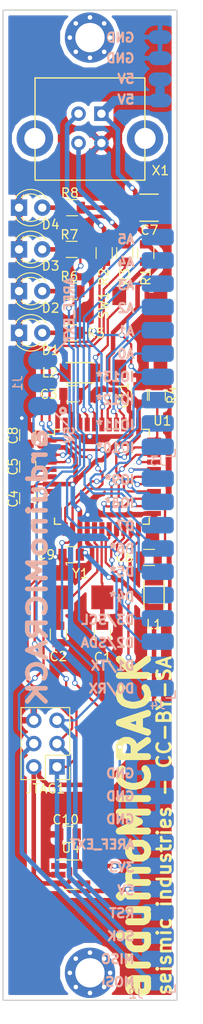
<source format=kicad_pcb>
(kicad_pcb (version 20171130) (host pcbnew "(5.0.1-3-g963ef8bb5)")
  (layers (0 F.Cu signal) (31 B.Cu signal) (34 B.Paste user) (35 F.Paste user) (36 B.SilkS user) (37 F.SilkS user) (38 B.Mask user) (39 F.Mask user) (44 Edge.Cuts user))
  (net 0 "")
  (net 1 MISO)
  (net 2 SCK)
  (net 3 MOSI)
  (net 4 RST)
  (net 5 "Net-(D1-Pad2)")
  (net 6 "Net-(D2-Pad2)")
  (net 7 USB_D_N)
  (net 8 USB_D_P)
  (net 9 USB_D-)
  (net 10 USB_D+)
  (net 11 "Net-(C1-Pad1)")
  (net 12 Earth)
  (net 13 "Net-(C2-Pad1)")
  (net 14 "Net-(C3-Pad2)")
  (net 15 +5V)
  (net 16 "Net-(C5-Pad2)")
  (net 17 "Net-(C6-Pad2)")
  (net 18 "Net-(D3-Pad2)")
  (net 19 "Net-(D4-Pad2)")
  (net 20 HWB)
  (net 21 IO13*)
  (net 22 RXLED_SS)
  (net 23 TXLED)
  (net 24 IO11*)
  (net 25 A1)
  (net 26 A3)
  (net 27 A5)
  (net 28 IO10*)
  (net 29 IO12*)
  (net 30 A0)
  (net 31 A2)
  (net 32 A4)
  (net 33 D1_TX)
  (net 34 D3_SCL)
  (net 35 D5*)
  (net 36 D7)
  (net 37 IO9*)
  (net 38 D0_RX)
  (net 39 D2_SDA)
  (net 40 D4*)
  (net 41 D6*)
  (net 42 IO8)
  (net 43 +3V3)
  (net 44 AREF_EXT)
  (net 45 "Net-(J1-Pad2)")
  (net 46 "Net-(U2-Pad1)")
  (net 47 "Net-(U3-Pad1)")
  (module raffilibkicad:SOT-23-5 (layer F.Cu) (at 7.4 94.3)
    (fp_text reference U4 (at 0 -2.9) (layer F.SilkS))
    (fp_text value LP2985)
    (pad 5 smd rect (at 1.35 -0.95) (size 1.56 0.65) (layers F.Cu F.Paste F.Mask) (net 43 +3V3))
    (pad 4 smd rect (at 1.35 0.95) (size 1.56 0.65) (layers F.Cu F.Paste F.Mask))
    (pad 3 smd rect (at -1.35 0.95) (size 1.56 0.65) (layers F.Cu F.Paste F.Mask) (net 15 +5V))
    (pad 2 smd rect (at -1.35 0) (size 1.56 0.65) (layers F.Cu F.Paste F.Mask) (net 12 Earth))
    (pad 1 smd rect (at -1.35 -0.95) (size 1.56 0.65) (layers F.Cu F.Paste F.Mask) (net 15 +5V))
  )
  (module raffilibkicad:Pin_Header_Straight_1x10_Pitch2.54mm_SMD (layer B.Cu) (at 16.9 94.6)
    (fp_text reference J2 (at -2.4 12.7) (layer B.SilkS) (effects (justify mirror)))
    (fp_text value CONN_01X10)
    (pad 2 smd roundrect (at 0 8.89) (size 3.5 1.8) (layers B.Cu B.Mask) (net 1 MISO))
    (pad 4 smd roundrect (at 0 3.81) (size 3.5 1.8) (layers B.Cu B.Mask) (net 4 RST))
    (pad 6 smd roundrect (at 0 -1.27) (size 3.5 1.8) (layers B.Cu B.Mask) (net 43 +3V3))
    (pad 8 smd roundrect (at 0 -6.35) (size 3.5 1.8) (layers B.Cu B.Mask) (net 12 Earth))
    (pad 10 smd roundrect (at 0 -11.43) (size 3.5 1.8) (layers B.Cu B.Mask) (net 12 Earth))
    (pad 1 smd roundrect (at 0 11.43) (size 3.5 1.8) (layers B.Cu B.Mask) (net 3 MOSI))
    (pad 3 smd roundrect (at 0 6.35) (size 3.5 1.8) (layers B.Cu B.Mask) (net 2 SCK))
    (pad 5 smd roundrect (at 0 1.27) (size 3.5 1.8) (layers B.Cu B.Mask) (net 15 +5V))
    (pad 7 smd roundrect (at 0 -3.81) (size 3.5 1.8) (layers B.Cu B.Mask) (net 44 AREF_EXT))
    (pad 9 smd roundrect (at 0 -8.89) (size 3.5 1.8) (layers B.Cu B.Mask) (net 12 Earth))
  )
  (module raffilibkicad:Pin_Header_Straight_1x10_Pitch2.54mm_SMD (layer B.Cu) (at 16.9 36.19)
    (fp_text reference J3 (at 0 13) (layer B.SilkS) (effects (justify mirror)))
    (fp_text value CONN_01X10)
    (pad 2 smd roundrect (at 0 8.89) (size 3.5 1.8) (layers B.Cu B.Mask) (net 24 IO11*))
    (pad 4 smd roundrect (at 0 3.81) (size 3.5 1.8) (layers B.Cu B.Mask) (net 21 IO13*))
    (pad 6 smd roundrect (at 0 -1.27) (size 3.5 1.8) (layers B.Cu B.Mask) (net 25 A1))
    (pad 8 smd roundrect (at 0 -6.35) (size 3.5 1.8) (layers B.Cu B.Mask) (net 26 A3))
    (pad 10 smd roundrect (at 0 -11.43) (size 3.5 1.8) (layers B.Cu B.Mask) (net 27 A5))
    (pad 1 smd roundrect (at 0 11.43) (size 3.5 1.8) (layers B.Cu B.Mask) (net 28 IO10*))
    (pad 3 smd roundrect (at 0 6.35) (size 3.5 1.8) (layers B.Cu B.Mask) (net 29 IO12*))
    (pad 5 smd roundrect (at 0 1.27) (size 3.5 1.8) (layers B.Cu B.Mask) (net 30 A0))
    (pad 7 smd roundrect (at 0 -3.81) (size 3.5 1.8) (layers B.Cu B.Mask) (net 31 A2))
    (pad 9 smd roundrect (at 0 -8.89) (size 3.5 1.8) (layers B.Cu B.Mask) (net 32 A4))
  )
  (module raffilibkicad:Pin_Header_Straight_1x10_Pitch2.54mm_SMD (layer B.Cu) (at 16.9 62.53)
    (fp_text reference J4 (at 0 13.22) (layer B.SilkS) (effects (justify mirror)))
    (fp_text value CONN_01X10)
    (pad 2 smd roundrect (at 0 8.89) (size 3.5 1.8) (layers B.Cu B.Mask) (net 33 D1_TX))
    (pad 4 smd roundrect (at 0 3.81) (size 3.5 1.8) (layers B.Cu B.Mask) (net 34 D3_SCL))
    (pad 6 smd roundrect (at 0 -1.27) (size 3.5 1.8) (layers B.Cu B.Mask) (net 35 D5*))
    (pad 8 smd roundrect (at 0 -6.35) (size 3.5 1.8) (layers B.Cu B.Mask) (net 36 D7))
    (pad 10 smd roundrect (at 0 -11.43) (size 3.5 1.8) (layers B.Cu B.Mask) (net 37 IO9*))
    (pad 1 smd roundrect (at 0 11.43) (size 3.5 1.8) (layers B.Cu B.Mask) (net 38 D0_RX))
    (pad 3 smd roundrect (at 0 6.35) (size 3.5 1.8) (layers B.Cu B.Mask) (net 39 D2_SDA))
    (pad 5 smd roundrect (at 0 1.27) (size 3.5 1.8) (layers B.Cu B.Mask) (net 40 D4*))
    (pad 7 smd roundrect (at 0 -3.81) (size 3.5 1.8) (layers B.Cu B.Mask) (net 41 D6*))
    (pad 9 smd roundrect (at 0 -8.89) (size 3.5 1.8) (layers B.Cu B.Mask) (net 42 IO8))
  )
  (module raffilibkicad:USB_TYPE_B_MUSB_Straight (layer F.Cu) (at 9.5 14)
    (fp_text reference X1 (at 7.7 3.5) (layer F.SilkS))
    (fp_text value "Type B vertical")
    (pad 5 thru_hole circle (at 6.02 0) (size 4 4) (drill 2.3) (layers *.Cu *.Mask))
    (pad 4 thru_hole circle (at 1.25 0.5) (size 1.6 1.6) (drill 0.92) (layers *.Cu *.Mask) (net 12 Earth))
    (pad 3 thru_hole circle (at -1.25 0.5) (size 1.6 1.6) (drill 0.92) (layers *.Cu *.Mask) (net 10 USB_D+))
    (pad 1 thru_hole rect (at 1.25 -2.7) (size 1.6 1.6) (drill 0.92) (layers *.Cu *.Mask) (net 15 +5V))
    (pad 5 thru_hole circle (at -6.02 0) (size 4 4) (drill 2.3) (layers *.Cu *.Mask))
    (pad 2 thru_hole circle (at -1.25 -2.7) (size 1.6 1.6) (drill 0.92) (layers *.Cu *.Mask) (net 9 USB_D-))
  )
  (module raffilibkicad:ABM7 (layer F.Cu) (at 8.45 64.05 180)
    (fp_text reference Y1 (at 0 2.6 180) (layer F.SilkS))
    (fp_text value Crystal)
    (pad 2 smd rect (at 2.4 0 180) (size 2.4 2.6) (layers F.Cu F.Paste F.Mask) (net 13 "Net-(C2-Pad1)"))
    (pad 1 smd rect (at -2.4 0 180) (size 2.4 2.6) (layers F.Cu F.Paste F.Mask) (net 11 "Net-(C1-Pad1)"))
  )
  (module raffilibkicad:C_0805 (layer F.Cu) (at 6.05 68.1 270)
    (fp_text reference C2 (at 2.4 0) (layer F.SilkS))
    (fp_text value 18p)
    (pad 1 smd rect (at -0.95 0 270) (size 0.9 1.3) (layers F.Cu F.Paste F.Mask) (net 13 "Net-(C2-Pad1)"))
    (pad 2 smd rect (at 0.95 0 270) (size 0.9 1.3) (layers F.Cu F.Paste F.Mask) (net 12 Earth))
  )
  (module raffilibkicad:C_0805 (layer F.Cu) (at 7.55 41.85)
    (fp_text reference C3 (at -2.55 0.05 -180) (layer F.SilkS))
    (fp_text value 100n)
    (pad 1 smd rect (at -0.95 0) (size 0.9 1.3) (layers F.Cu F.Paste F.Mask) (net 12 Earth))
    (pad 2 smd rect (at 0.95 0) (size 0.9 1.3) (layers F.Cu F.Paste F.Mask) (net 14 "Net-(C3-Pad2)"))
  )
  (module raffilibkicad:C_0805 (layer F.Cu) (at 2.7 53.25 90)
    (fp_text reference C4 (at -0.05 -1.6 90) (layer F.SilkS))
    (fp_text value 100n)
    (pad 1 smd rect (at -0.95 0 90) (size 0.9 1.3) (layers F.Cu F.Paste F.Mask) (net 12 Earth))
    (pad 2 smd rect (at 0.95 0 90) (size 0.9 1.3) (layers F.Cu F.Paste F.Mask) (net 15 +5V))
  )
  (module raffilibkicad:C_0805 (layer F.Cu) (at 2.7 49.8 270)
    (fp_text reference C5 (at 0 1.6 90) (layer F.SilkS))
    (fp_text value 1u)
    (pad 1 smd rect (at -0.95 0 270) (size 0.9 1.3) (layers F.Cu F.Paste F.Mask) (net 12 Earth))
    (pad 2 smd rect (at 0.95 0 270) (size 0.9 1.3) (layers F.Cu F.Paste F.Mask) (net 16 "Net-(C5-Pad2)"))
  )
  (module raffilibkicad:C_0805 (layer F.Cu) (at 15.95 59.7)
    (fp_text reference C6 (at -2.7 0 180) (layer F.SilkS))
    (fp_text value 1u)
    (pad 1 smd rect (at -0.95 0) (size 0.9 1.3) (layers F.Cu F.Paste F.Mask) (net 12 Earth))
    (pad 2 smd rect (at 0.95 0) (size 0.9 1.3) (layers F.Cu F.Paste F.Mask) (net 17 "Net-(C6-Pad2)"))
  )
  (module raffilibkicad:C_0805 (layer F.Cu) (at 2.7 46.35 270)
    (fp_text reference C8 (at 0.05 1.6 270) (layer F.SilkS))
    (fp_text value 100n)
    (pad 1 smd rect (at -0.95 0 270) (size 0.9 1.3) (layers F.Cu F.Paste F.Mask) (net 12 Earth))
    (pad 2 smd rect (at 0.95 0 270) (size 0.9 1.3) (layers F.Cu F.Paste F.Mask) (net 15 +5V))
  )
  (module raffilibkicad:R_0805 (layer F.Cu) (at 15.6 26.5 270)
    (fp_text reference R1 (at 2.6 0 90) (layer F.SilkS))
    (fp_text value 10k)
    (pad 1 smd rect (at -0.95 0 270) (size 0.9 1.3) (layers F.Cu F.Paste F.Mask) (net 15 +5V))
    (pad 2 smd rect (at 0.95 0 270) (size 0.9 1.3) (layers F.Cu F.Paste F.Mask) (net 4 RST))
  )
  (module raffilibkicad:TQFP-44_10x10mm_Pitch0.8mm (layer F.Cu) (at 10.8 50.9)
    (fp_text reference U1 (at 6.6 -6.1 180) (layer F.SilkS))
    (fp_text value ATmega32U4-AU)
    (pad 1 smd rect (at -5.7 -4) (size 1.5 0.55) (layers F.Cu F.Paste F.Mask) (net 36 D7))
    (pad 2 smd rect (at -5.7 -3.2) (size 1.5 0.55) (layers F.Cu F.Paste F.Mask) (net 15 +5V))
    (pad 3 smd rect (at -5.7 -2.4) (size 1.5 0.55) (layers F.Cu F.Paste F.Mask) (net 7 USB_D_N))
    (pad 4 smd rect (at -5.7 -1.6) (size 1.5 0.55) (layers F.Cu F.Paste F.Mask) (net 8 USB_D_P))
    (pad 5 smd rect (at -5.7 -0.8) (size 1.5 0.55) (layers F.Cu F.Paste F.Mask) (net 12 Earth))
    (pad 6 smd rect (at -5.7 0) (size 1.5 0.55) (layers F.Cu F.Paste F.Mask) (net 16 "Net-(C5-Pad2)"))
    (pad 7 smd rect (at -5.7 0.8) (size 1.5 0.55) (layers F.Cu F.Paste F.Mask) (net 15 +5V))
    (pad 8 smd rect (at -5.7 1.6) (size 1.5 0.55) (layers F.Cu F.Paste F.Mask) (net 22 RXLED_SS))
    (pad 9 smd rect (at -5.7 2.4) (size 1.5 0.55) (layers F.Cu F.Paste F.Mask) (net 2 SCK))
    (pad 10 smd rect (at -5.7 3.2) (size 1.5 0.55) (layers F.Cu F.Paste F.Mask) (net 3 MOSI))
    (pad 11 smd rect (at -5.7 4) (size 1.5 0.55) (layers F.Cu F.Paste F.Mask) (net 1 MISO))
    (pad 12 smd rect (at -4 5.7 90) (size 1.5 0.55) (layers F.Cu F.Paste F.Mask) (net 24 IO11*))
    (pad 13 smd rect (at -3.2 5.7 90) (size 1.5 0.55) (layers F.Cu F.Paste F.Mask) (net 4 RST))
    (pad 14 smd rect (at -2.4 5.7 90) (size 1.5 0.55) (layers F.Cu F.Paste F.Mask) (net 15 +5V))
    (pad 15 smd rect (at -1.6 5.7 90) (size 1.5 0.55) (layers F.Cu F.Paste F.Mask) (net 12 Earth))
    (pad 16 smd rect (at -0.8 5.7 90) (size 1.5 0.55) (layers F.Cu F.Paste F.Mask) (net 13 "Net-(C2-Pad1)"))
    (pad 17 smd rect (at 0 5.7 90) (size 1.5 0.55) (layers F.Cu F.Paste F.Mask) (net 11 "Net-(C1-Pad1)"))
    (pad 18 smd rect (at 0.8 5.7 90) (size 1.5 0.55) (layers F.Cu F.Paste F.Mask) (net 34 D3_SCL))
    (pad 19 smd rect (at 1.6 5.7 90) (size 1.5 0.55) (layers F.Cu F.Paste F.Mask) (net 39 D2_SDA))
    (pad 20 smd rect (at 2.4 5.7 90) (size 1.5 0.55) (layers F.Cu F.Paste F.Mask) (net 38 D0_RX))
    (pad 21 smd rect (at 3.2 5.7 90) (size 1.5 0.55) (layers F.Cu F.Paste F.Mask) (net 33 D1_TX))
    (pad 22 smd rect (at 4 5.7 90) (size 1.5 0.55) (layers F.Cu F.Paste F.Mask) (net 23 TXLED))
    (pad 23 smd rect (at 5.7 4) (size 1.5 0.55) (layers F.Cu F.Paste F.Mask) (net 12 Earth))
    (pad 24 smd rect (at 5.7 3.2) (size 1.5 0.55) (layers F.Cu F.Paste F.Mask) (net 17 "Net-(C6-Pad2)"))
    (pad 25 smd rect (at 5.7 2.4) (size 1.5 0.55) (layers F.Cu F.Paste F.Mask) (net 40 D4*))
    (pad 26 smd rect (at 5.7 1.6) (size 1.5 0.55) (layers F.Cu F.Paste F.Mask) (net 29 IO12*))
    (pad 27 smd rect (at 5.7 0.8) (size 1.5 0.55) (layers F.Cu F.Paste F.Mask) (net 41 D6*))
    (pad 28 smd rect (at 5.7 0) (size 1.5 0.55) (layers F.Cu F.Paste F.Mask) (net 42 IO8))
    (pad 29 smd rect (at 5.7 -0.8) (size 1.5 0.55) (layers F.Cu F.Paste F.Mask) (net 37 IO9*))
    (pad 30 smd rect (at 5.7 -1.6) (size 1.5 0.55) (layers F.Cu F.Paste F.Mask) (net 28 IO10*))
    (pad 31 smd rect (at 5.7 -2.4) (size 1.5 0.55) (layers F.Cu F.Paste F.Mask) (net 35 D5*))
    (pad 32 smd rect (at 5.7 -3.2) (size 1.5 0.55) (layers F.Cu F.Paste F.Mask) (net 21 IO13*))
    (pad 33 smd rect (at 5.7 -4) (size 1.5 0.55) (layers F.Cu F.Paste F.Mask) (net 20 HWB))
    (pad 34 smd rect (at 4 -5.7 90) (size 1.5 0.55) (layers F.Cu F.Paste F.Mask) (net 15 +5V))
    (pad 35 smd rect (at 3.2 -5.7 90) (size 1.5 0.55) (layers F.Cu F.Paste F.Mask) (net 12 Earth))
    (pad 36 smd rect (at 2.4 -5.7 90) (size 1.5 0.55) (layers F.Cu F.Paste F.Mask) (net 30 A0))
    (pad 37 smd rect (at 1.6 -5.7 90) (size 1.5 0.55) (layers F.Cu F.Paste F.Mask) (net 25 A1))
    (pad 38 smd rect (at 0.8 -5.7 90) (size 1.5 0.55) (layers F.Cu F.Paste F.Mask) (net 31 A2))
    (pad 39 smd rect (at 0 -5.7 90) (size 1.5 0.55) (layers F.Cu F.Paste F.Mask) (net 26 A3))
    (pad 40 smd rect (at -0.8 -5.7 90) (size 1.5 0.55) (layers F.Cu F.Paste F.Mask) (net 32 A4))
    (pad 41 smd rect (at -1.6 -5.7 90) (size 1.5 0.55) (layers F.Cu F.Paste F.Mask) (net 27 A5))
    (pad 42 smd rect (at -2.4 -5.7 90) (size 1.5 0.55) (layers F.Cu F.Paste F.Mask) (net 14 "Net-(C3-Pad2)"))
    (pad 43 smd rect (at -3.2 -5.7 90) (size 1.5 0.55) (layers F.Cu F.Paste F.Mask) (net 12 Earth))
    (pad 44 smd rect (at -4 -5.7 90) (size 1.5 0.55) (layers F.Cu F.Paste F.Mask) (net 17 "Net-(C6-Pad2)"))
  )
  (module raffilibkicad:Pin_Header_Straight_2x03_Pitch2.54mm (layer F.Cu) (at 5.9 82.54 180)
    (fp_text reference JTAG1 (at 1.27 -2.39 180) (layer F.SilkS))
    (fp_text value CONN_02X03)
    (pad 1 thru_hole rect (at 0 0 180) (size 1.7 1.7) (drill 1) (layers *.Cu *.Mask) (net 1 MISO))
    (pad 2 thru_hole oval (at 2.54 0 180) (size 1.7 1.7) (drill 1) (layers *.Cu *.Mask) (net 15 +5V))
    (pad 3 thru_hole oval (at 0 2.54 180) (size 1.7 1.7) (drill 1) (layers *.Cu *.Mask) (net 2 SCK))
    (pad 4 thru_hole oval (at 2.54 2.54 180) (size 1.7 1.7) (drill 1) (layers *.Cu *.Mask) (net 3 MOSI))
    (pad 5 thru_hole oval (at 0 5.08 180) (size 1.7 1.7) (drill 1) (layers *.Cu *.Mask) (net 4 RST))
    (pad 6 thru_hole oval (at 2.54 5.08 180) (size 1.7 1.7) (drill 1) (layers *.Cu *.Mask) (net 12 Earth))
  )
  (module raffilibkicad:APEM_tactile_SMD_switch_6mm (layer F.Cu) (at 14.95 35.15 270)
    (fp_text reference SW1 (at -2.95 3.95 90) (layer F.SilkS))
    (fp_text value SW_PUSH_SMALL_H hide)
    (pad 1 smd rect (at -3.975 -2.25 270) (size 2 1.5) (layers F.Cu F.Paste F.Mask) (net 12 Earth))
    (pad "" smd rect (at 3.975 -2.25 270) (size 2 1.5) (layers F.Cu F.Paste F.Mask))
    (pad "" smd rect (at 3.975 2.25 270) (size 2 1.5) (layers F.Cu F.Paste F.Mask))
    (pad 2 smd rect (at -3.975 2.25 270) (size 2 1.5) (layers F.Cu F.Paste F.Mask) (net 4 RST))
  )
  (module raffilibkicad:LED_D3.0mm (layer F.Cu) (at 1.75 35.2)
    (fp_text reference D1 (at 3.45 1.9 180) (layer F.SilkS))
    (fp_text value LED)
    (pad 1 thru_hole rect (at 0 0) (size 1.8 1.8) (drill 0.9) (layers *.Cu *.Mask) (net 12 Earth))
    (pad 2 thru_hole circle (at 2.54 0) (size 1.8 1.8) (drill 0.9) (layers *.Cu *.Mask) (net 5 "Net-(D1-Pad2)"))
  )
  (module raffilibkicad:LED_D3.0mm (layer F.Cu) (at 1.75 30.65)
    (fp_text reference D2 (at 3.45 1.85 180) (layer F.SilkS))
    (fp_text value LED)
    (pad 1 thru_hole rect (at 0 0) (size 1.8 1.8) (drill 0.9) (layers *.Cu *.Mask) (net 12 Earth))
    (pad 2 thru_hole circle (at 2.54 0) (size 1.8 1.8) (drill 0.9) (layers *.Cu *.Mask) (net 6 "Net-(D2-Pad2)"))
  )
  (module raffilibkicad:C_0805 (layer F.Cu) (at 10.85 68.1 270)
    (fp_text reference C1 (at 2.5 -0.05) (layer F.SilkS))
    (fp_text value 18p)
    (pad 1 smd rect (at -0.95 0 270) (size 0.9 1.3) (layers F.Cu F.Paste F.Mask) (net 11 "Net-(C1-Pad1)"))
    (pad 2 smd rect (at 0.95 0 270) (size 0.9 1.3) (layers F.Cu F.Paste F.Mask) (net 12 Earth))
  )
  (module raffilibkicad:C_1210 (layer F.Cu) (at 15.95 21.55 180)
    (fp_text reference C7 (at -0.05 -2.45 180) (layer F.SilkS))
    (fp_text value 22u)
    (pad 1 smd rect (at -1.5 0 180) (size 1 2.5) (layers F.Cu F.Paste F.Mask) (net 12 Earth))
    (pad 2 smd rect (at 1.5 0 180) (size 1 2.5) (layers F.Cu F.Paste F.Mask) (net 15 +5V))
  )
  (module raffilibkicad:C_0805 (layer F.Cu) (at 7.45 59.4)
    (fp_text reference C9 (at -2.75 0) (layer F.SilkS))
    (fp_text value 100n)
    (pad 2 smd rect (at 0.95 0) (size 0.9 1.3) (layers F.Cu F.Paste F.Mask) (net 15 +5V))
    (pad 1 smd rect (at -0.95 0) (size 0.9 1.3) (layers F.Cu F.Paste F.Mask) (net 12 Earth))
  )
  (module raffilibkicad:LED_D3.0mm (layer F.Cu) (at 1.75 26.1)
    (fp_text reference D3 (at 3.45 1.8) (layer F.SilkS))
    (fp_text value LED)
    (pad 1 thru_hole rect (at 0 0) (size 1.8 1.8) (drill 0.9) (layers *.Cu *.Mask) (net 12 Earth))
    (pad 2 thru_hole circle (at 2.54 0) (size 1.8 1.8) (drill 0.9) (layers *.Cu *.Mask) (net 18 "Net-(D3-Pad2)"))
  )
  (module raffilibkicad:LED_D3.0mm (layer F.Cu) (at 1.75 21.55)
    (fp_text reference D4 (at 3.45 1.85) (layer F.SilkS))
    (fp_text value LED)
    (pad 2 thru_hole circle (at 2.54 0) (size 1.8 1.8) (drill 0.9) (layers *.Cu *.Mask) (net 19 "Net-(D4-Pad2)"))
    (pad 1 thru_hole rect (at 0 0) (size 1.8 1.8) (drill 0.9) (layers *.Cu *.Mask) (net 12 Earth))
  )
  (module raffilibkicad:solderbridge (layer B.Cu) (at 4.34 40.68 90)
    (fp_text reference J1 (at -0.02 -2.74 90) (layer B.SilkS) (effects (justify mirror)))
    (fp_text value GS3 hide)
    (pad 1 smd oval (at -2.5 0) (size 3.2 2) (layers B.Cu B.Paste B.Mask) (net 15 +5V))
    (pad 2 smd oval (at 0 0) (size 3.2 2) (layers B.Cu B.Paste B.Mask) (net 45 "Net-(J1-Pad2)"))
    (pad 3 smd oval (at 2.5 0) (size 3.2 2) (layers B.Cu B.Paste B.Mask) (net 44 AREF_EXT))
  )
  (module raffilibkicad:Inductor_PSU_NLCV32T (layer F.Cu) (at 16.5 63.75 90)
    (fp_text reference L1 (at -3.25 0 180) (layer F.SilkS))
    (fp_text value INDUCTOR hide)
    (pad 1 smd rect (at -1.6 0 90) (size 1.2 2) (layers F.Cu F.Paste F.Mask) (net 15 +5V))
    (pad 2 smd rect (at 1.6 0 90) (size 1.2 2) (layers F.Cu F.Paste F.Mask) (net 17 "Net-(C6-Pad2)"))
  )
  (module raffilibkicad:R_0805 (layer F.Cu) (at 11.05 26.5 90)
    (fp_text reference R2 (at -2.6 -0.05 90) (layer F.SilkS))
    (fp_text value R)
    (pad 1 smd rect (at -0.95 0 90) (size 0.9 1.3) (layers F.Cu F.Paste F.Mask) (net 7 USB_D_N))
    (pad 2 smd rect (at 0.95 0 90) (size 0.9 1.3) (layers F.Cu F.Paste F.Mask) (net 9 USB_D-))
  )
  (module raffilibkicad:R_0805 (layer F.Cu) (at 13.3 26.5 90)
    (fp_text reference R3 (at -2.6 0 90) (layer F.SilkS))
    (fp_text value R)
    (pad 2 smd rect (at 0.95 0 90) (size 0.9 1.3) (layers F.Cu F.Paste F.Mask) (net 10 USB_D+))
    (pad 1 smd rect (at -0.95 0 90) (size 0.9 1.3) (layers F.Cu F.Paste F.Mask) (net 8 USB_D_P))
  )
  (module raffilibkicad:R_0805 (layer F.Cu) (at 16.85 41.97 270)
    (fp_text reference R4 (at 0.03 -1.6 270) (layer F.SilkS))
    (fp_text value 10k)
    (pad 1 smd rect (at -0.95 0 270) (size 0.9 1.3) (layers F.Cu F.Paste F.Mask) (net 12 Earth))
    (pad 2 smd rect (at 0.95 0 270) (size 0.9 1.3) (layers F.Cu F.Paste F.Mask) (net 20 HWB))
  )
  (module raffilibkicad:R_0805 (layer F.Cu) (at 7.5 35.2)
    (fp_text reference R5 (at 2.65 0.05) (layer F.SilkS))
    (fp_text value 1k)
    (pad 1 smd rect (at -0.95 0) (size 0.9 1.3) (layers F.Cu F.Paste F.Mask) (net 5 "Net-(D1-Pad2)"))
    (pad 2 smd rect (at 0.95 0) (size 0.9 1.3) (layers F.Cu F.Paste F.Mask) (net 21 IO13*))
  )
  (module raffilibkicad:R_0805 (layer F.Cu) (at 7.5 30.65)
    (fp_text reference R6 (at -0.25 -1.6) (layer F.SilkS))
    (fp_text value 1k)
    (pad 2 smd rect (at 0.95 0) (size 0.9 1.3) (layers F.Cu F.Paste F.Mask) (net 22 RXLED_SS))
    (pad 1 smd rect (at -0.95 0) (size 0.9 1.3) (layers F.Cu F.Paste F.Mask) (net 6 "Net-(D2-Pad2)"))
  )
  (module raffilibkicad:R_0805 (layer F.Cu) (at 7.5 26.1)
    (fp_text reference R7 (at -0.25 -1.6) (layer F.SilkS))
    (fp_text value 1k)
    (pad 1 smd rect (at -0.95 0) (size 0.9 1.3) (layers F.Cu F.Paste F.Mask) (net 18 "Net-(D3-Pad2)"))
    (pad 2 smd rect (at 0.95 0) (size 0.9 1.3) (layers F.Cu F.Paste F.Mask) (net 23 TXLED))
  )
  (module raffilibkicad:R_0805 (layer F.Cu) (at 7.55 21.55)
    (fp_text reference R8 (at -0.25 -1.6) (layer F.SilkS))
    (fp_text value 1k)
    (pad 2 smd rect (at 0.95 0) (size 0.9 1.3) (layers F.Cu F.Paste F.Mask) (net 15 +5V))
    (pad 1 smd rect (at -0.95 0) (size 0.9 1.3) (layers F.Cu F.Paste F.Mask) (net 19 "Net-(D4-Pad2)"))
  )
  (module raffilibkicad:C_0805 (layer F.Cu) (at 7.1 89.9)
    (fp_text reference C10 (at -0.25 -1.6) (layer F.SilkS))
    (fp_text value 1u)
    (pad 1 smd rect (at -0.95 0) (size 0.9 1.3) (layers F.Cu F.Paste F.Mask) (net 12 Earth))
    (pad 2 smd rect (at 0.95 0) (size 0.9 1.3) (layers F.Cu F.Paste F.Mask) (net 43 +3V3))
  )
  (module raffilibkicad:TESTPAD_SMD (layer B.Cu) (at 17.15 9.85)
    (fp_text reference T1 hide)
    (fp_text value TESTPIN hide)
    (pad 1 smd oval (at 0 0) (size 2.5 1.5) (layers B.Cu B.Paste B.Mask) (net 15 +5V))
  )
  (module raffilibkicad:TESTPAD_SMD (layer B.Cu) (at 17.15 7.55)
    (fp_text reference T2 hide)
    (fp_text value TESTPIN hide)
    (pad 1 smd oval (at 0 0) (size 2.5 1.5) (layers B.Cu B.Paste B.Mask) (net 15 +5V))
  )
  (module raffilibkicad:TESTPAD_SMD (layer B.Cu) (at 17.15 5.25)
    (fp_text reference T3 hide)
    (fp_text value TESTPIN hide)
    (pad 1 smd oval (at 0 0) (size 2.5 1.5) (layers B.Cu B.Paste B.Mask) (net 12 Earth))
  )
  (module raffilibkicad:TESTPAD_SMD (layer B.Cu) (at 17.15 2.95)
    (fp_text reference T4 hide)
    (fp_text value TESTPIN hide)
    (pad 1 smd oval (at 0 0) (size 2.5 1.5) (layers B.Cu B.Paste B.Mask) (net 12 Earth))
  )
  (module raffilibkicad:C_0805 (layer F.Cu) (at 14.9 41.97 270)
    (fp_text reference C11 (at 0.03 1.7 270) (layer F.SilkS))
    (fp_text value 100n)
    (pad 1 smd rect (at -0.95 0 270) (size 0.9 1.3) (layers F.Cu F.Paste F.Mask) (net 12 Earth))
    (pad 2 smd rect (at 0.95 0 270) (size 0.9 1.3) (layers F.Cu F.Paste F.Mask) (net 15 +5V))
  )
  (module raffilibkicad:Inductor_PSU_NLCV32T (layer F.Cu) (at 8.4 39.55 180)
    (fp_text reference L2 (at 3.3 0 180) (layer F.SilkS))
    (fp_text value INDUCTOR hide)
    (pad 1 smd rect (at -1.6 0 180) (size 1.2 2) (layers F.Cu F.Paste F.Mask) (net 14 "Net-(C3-Pad2)"))
    (pad 2 smd rect (at 1.6 0 180) (size 1.2 2) (layers F.Cu F.Paste F.Mask) (net 45 "Net-(J1-Pad2)"))
  )
  (module raffilibkicad:VIA_M3_mounting_hole (layer F.Cu) (at 9.5 105)
    (fp_text reference U2 hide)
    (fp_text value FP_mounting_hole hide)
    (pad 1 thru_hole circle (at -1.55 1.55) (size 0.8 0.8) (drill 0.5) (layers *.Cu *.Mask) (net 46 "Net-(U2-Pad1)"))
    (pad 1 thru_hole circle (at 1.55 -1.55) (size 0.8 0.8) (drill 0.5) (layers *.Cu *.Mask) (net 46 "Net-(U2-Pad1)"))
    (pad 1 thru_hole circle (at -1.55 -1.55) (size 0.8 0.8) (drill 0.5) (layers *.Cu *.Mask) (net 46 "Net-(U2-Pad1)"))
    (pad 1 thru_hole circle (at 0 2.2) (size 0.8 0.8) (drill 0.5) (layers *.Cu *.Mask) (net 46 "Net-(U2-Pad1)"))
    (pad 1 thru_hole circle (at 1.55 1.55) (size 0.8 0.8) (drill 0.5) (layers *.Cu *.Mask) (net 46 "Net-(U2-Pad1)"))
    (pad 1 thru_hole circle (at 2.2 0) (size 0.8 0.8) (drill 0.5) (layers *.Cu *.Mask) (net 46 "Net-(U2-Pad1)"))
    (pad 1 thru_hole circle (at -2.2 0) (size 0.8 0.8) (drill 0.5) (layers *.Cu *.Mask) (net 46 "Net-(U2-Pad1)"))
    (pad 1 thru_hole circle (at 0 -2.2) (size 0.8 0.8) (drill 0.5) (layers *.Cu *.Mask) (net 46 "Net-(U2-Pad1)"))
    (pad 1 thru_hole circle (at 0 0) (size 5.5 5.5) (drill 3.2) (layers *.Cu *.Mask) (net 46 "Net-(U2-Pad1)"))
  )
  (module raffilibkicad:VIA_M3_mounting_hole (layer F.Cu) (at 9.5 3)
    (fp_text reference U3 hide)
    (fp_text value FP_mounting_hole hide)
    (pad 1 thru_hole circle (at 0 0) (size 5.5 5.5) (drill 3.2) (layers *.Cu *.Mask) (net 47 "Net-(U3-Pad1)"))
    (pad 1 thru_hole circle (at 0 -2.2) (size 0.8 0.8) (drill 0.5) (layers *.Cu *.Mask) (net 47 "Net-(U3-Pad1)"))
    (pad 1 thru_hole circle (at -2.2 0) (size 0.8 0.8) (drill 0.5) (layers *.Cu *.Mask) (net 47 "Net-(U3-Pad1)"))
    (pad 1 thru_hole circle (at 2.2 0) (size 0.8 0.8) (drill 0.5) (layers *.Cu *.Mask) (net 47 "Net-(U3-Pad1)"))
    (pad 1 thru_hole circle (at 1.55 1.55) (size 0.8 0.8) (drill 0.5) (layers *.Cu *.Mask) (net 47 "Net-(U3-Pad1)"))
    (pad 1 thru_hole circle (at 0 2.2) (size 0.8 0.8) (drill 0.5) (layers *.Cu *.Mask) (net 47 "Net-(U3-Pad1)"))
    (pad 1 thru_hole circle (at -1.55 -1.55) (size 0.8 0.8) (drill 0.5) (layers *.Cu *.Mask) (net 47 "Net-(U3-Pad1)"))
    (pad 1 thru_hole circle (at 1.55 -1.55) (size 0.8 0.8) (drill 0.5) (layers *.Cu *.Mask) (net 47 "Net-(U3-Pad1)"))
    (pad 1 thru_hole circle (at -1.55 1.55) (size 0.8 0.8) (drill 0.5) (layers *.Cu *.Mask) (net 47 "Net-(U3-Pad1)"))
  )
  (gr_text "seismic industries - CC-BY-SA\n" (at 17.6 88.95 90) (layer F.SilkS) (effects (font (size 1.5 1.5) (thickness 0.3))))
  (gr_text arduinoMICRACK (at 14.4 88.95 90) (layer F.SilkS) (effects (font (size 3.1 3.1) (thickness 0.75))))
  (gr_line (start 7 36) (end 5.75 37.25) (layer B.SilkS) (width 0.2))
  (gr_line (start 7 45.25) (end 5.75 44) (layer B.SilkS) (width 0.2))
  (gr_text 5V (at 7.25 45.25 90) (layer B.SilkS) (effects (font (size 1 1) (thickness 0.25)) (justify left mirror)))
  (gr_text AREF_EXT (at 7.25 29 90) (layer B.SilkS) (effects (font (size 1 1) (thickness 0.25)) (justify left mirror)))
  (gr_text GND (at 14.5 3) (layer B.SilkS) (effects (font (size 1 1) (thickness 0.25)) (justify left mirror)))
  (gr_text GND (at 14.5 5.25) (layer B.SilkS) (effects (font (size 1 1) (thickness 0.25)) (justify left mirror)))
  (gr_text 5V (at 14.5 7.5) (layer B.SilkS) (effects (font (size 1 1) (thickness 0.25)) (justify left mirror)))
  (gr_text 5V (at 14.5 9.75) (layer B.SilkS) (effects (font (size 1 1) (thickness 0.25)) (justify left mirror)))
  (gr_text A5 (at 14.5 25) (layer B.SilkS) (effects (font (size 1 1) (thickness 0.25)) (justify left mirror)))
  (gr_text A4 (at 14.5 27.5) (layer B.SilkS) (effects (font (size 1 1) (thickness 0.25)) (justify left mirror)))
  (gr_text A3 (at 14.5 30) (layer B.SilkS) (effects (font (size 1 1) (thickness 0.25)) (justify left mirror)))
  (gr_text A2 (at 14.5 32.5) (layer B.SilkS) (effects (font (size 1 1) (thickness 0.25)) (justify left mirror)))
  (gr_text A1 (at 14.5 35) (layer B.SilkS) (effects (font (size 1 1) (thickness 0.25)) (justify left mirror)))
  (gr_text A0 (at 14.5 37.5) (layer B.SilkS) (effects (font (size 1 1) (thickness 0.25)) (justify left mirror)))
  (gr_text IO13* (at 14.5 40) (layer B.SilkS) (effects (font (size 1 1) (thickness 0.25)) (justify left mirror)))
  (gr_text IO12* (at 14.5 42.5) (layer B.SilkS) (effects (font (size 1 1) (thickness 0.25)) (justify left mirror)))
  (gr_text IO11* (at 14.5 45.25) (layer B.SilkS) (effects (font (size 1 1) (thickness 0.25)) (justify left mirror)))
  (gr_text IO10* (at 14.5 47.75) (layer B.SilkS) (effects (font (size 1 1) (thickness 0.25)) (justify left mirror)))
  (gr_text IO9* (at 14.5 51.25) (layer B.SilkS) (effects (font (size 1 1) (thickness 0.25)) (justify left mirror)))
  (gr_text IO8* (at 14.5 53.75) (layer B.SilkS) (effects (font (size 1 1) (thickness 0.25)) (justify left mirror)))
  (gr_text D7 (at 14.5 56.25) (layer B.SilkS) (effects (font (size 1 1) (thickness 0.25)) (justify left mirror)))
  (gr_text D6* (at 14.5 58.75) (layer B.SilkS) (effects (font (size 1 1) (thickness 0.25)) (justify left mirror)))
  (gr_text D5* (at 14.5 61.25) (layer B.SilkS) (effects (font (size 1 1) (thickness 0.25)) (justify left mirror)))
  (gr_text D4* (at 14.5 64) (layer B.SilkS) (effects (font (size 1 1) (thickness 0.25)) (justify left mirror)))
  (gr_text D3/SCL (at 14.5 66.5) (layer B.SilkS) (effects (font (size 1 1) (thickness 0.25)) (justify left mirror)))
  (gr_text D2/SDA (at 14.5 69) (layer B.SilkS) (effects (font (size 1 1) (thickness 0.25)) (justify left mirror)))
  (gr_text D1/TX (at 14.5 71.5) (layer B.SilkS) (effects (font (size 1 1) (thickness 0.25)) (justify left mirror)))
  (gr_text D0/RX (at 14.5 74) (layer B.SilkS) (effects (font (size 1 1) (thickness 0.25)) (justify left mirror)))
  (gr_text "MOSI\n" (at 14.5 106) (layer B.SilkS) (effects (font (size 1 1) (thickness 0.25)) (justify left mirror)))
  (gr_text MISO (at 14.5 103.5) (layer B.SilkS) (effects (font (size 1 1) (thickness 0.25)) (justify left mirror)))
  (gr_text SCK (at 14.5 101) (layer B.SilkS) (effects (font (size 1 1) (thickness 0.25)) (justify left mirror)))
  (gr_text RST (at 14.5 98.5) (layer B.SilkS) (effects (font (size 1 1) (thickness 0.25)) (justify left mirror)))
  (gr_text 5V (at 14.5 96) (layer B.SilkS) (effects (font (size 1 1) (thickness 0.25)) (justify left mirror)))
  (gr_text 3V3 (at 14.5 93.5) (layer B.SilkS) (effects (font (size 1 1) (thickness 0.25)) (justify left mirror)))
  (gr_text AREF_EXT (at 14.5 91) (layer B.SilkS) (effects (font (size 1 1) (thickness 0.25)) (justify left mirror)))
  (gr_text GND (at 14.5 88.25) (layer B.SilkS) (effects (font (size 1 1) (thickness 0.25)) (justify left mirror)))
  (gr_text GND (at 14.5 85.75) (layer B.SilkS) (effects (font (size 1 1) (thickness 0.25)) (justify left mirror)))
  (gr_text GND (at 14.5 83.25) (layer B.SilkS) (effects (font (size 1 1) (thickness 0.25)) (justify left mirror)))
  (gr_line (start 0 0) (end 19 0) (layer Edge.Cuts) (width 0.15))
  (gr_text arduinoMICRACK (at 3.75 60.75 90) (layer B.SilkS) (effects (font (size 2 2.5) (thickness 0.5)) (justify mirror)))
  (gr_line (start 0 108) (end 0 0) (layer Edge.Cuts) (width 0.15))
  (gr_line (start 19 108) (end 0 108) (layer Edge.Cuts) (width 0.15))
  (gr_line (start 19 0) (end 19 108) (layer Edge.Cuts) (width 0.15))
  (segment (start 5.9 83.89) (end 5.9 82.54) (width 0.5) (layer B.Cu) (net 1))
  (segment (start 15.05 103.49) (end 5.9 94.34) (width 0.5) (layer B.Cu) (net 1))
  (segment (start 5.9 94.34) (end 5.9 83.89) (width 0.5) (layer B.Cu) (net 1))
  (segment (start 16.9 103.49) (end 15.05 103.49) (width 0.5) (layer B.Cu) (net 1))
  (via (at 6.9 72.94) (size 0.6) (drill 0.4) (layers F.Cu B.Cu) (net 1))
  (segment (start 7 82.54) (end 8.024989 81.515011) (width 0.25) (layer F.Cu) (net 1))
  (segment (start 8.024989 81.515011) (end 8.024989 75.475001) (width 0.25) (layer F.Cu) (net 1))
  (segment (start 6.9 73.364264) (end 6.9 72.94) (width 0.25) (layer F.Cu) (net 1))
  (segment (start 8.024989 75.475001) (end 6.9 74.350012) (width 0.25) (layer F.Cu) (net 1))
  (segment (start 6.9 74.350012) (end 6.9 73.364264) (width 0.25) (layer F.Cu) (net 1))
  (segment (start 5.9 82.54) (end 7 82.54) (width 0.25) (layer F.Cu) (net 1))
  (segment (start 4.649998 55.875002) (end 4.649998 61.728589) (width 0.25) (layer F.Cu) (net 1))
  (segment (start 4.649998 61.728589) (end 3.458051 62.920536) (width 0.25) (layer F.Cu) (net 1))
  (segment (start 3.458051 69.498051) (end 3.458051 69.121949) (width 0.25) (layer B.Cu) (net 1))
  (via (at 3.458051 69.121949) (size 0.6) (drill 0.4) (layers F.Cu B.Cu) (net 1))
  (segment (start 5.1 54.9) (end 5.1 55.425) (width 0.25) (layer F.Cu) (net 1))
  (segment (start 6.9 72.94) (end 3.458051 69.498051) (width 0.25) (layer B.Cu) (net 1))
  (segment (start 5.1 55.425) (end 4.649998 55.875002) (width 0.25) (layer F.Cu) (net 1))
  (segment (start 3.458051 62.920536) (end 3.458051 68.697685) (width 0.25) (layer F.Cu) (net 1))
  (segment (start 3.458051 68.697685) (end 3.458051 69.121949) (width 0.25) (layer F.Cu) (net 1))
  (segment (start 16.9 100.95) (end 13.660035 100.95) (width 0.5) (layer B.Cu) (net 2))
  (segment (start 13.660035 100.95) (end 7.200001 94.489966) (width 0.5) (layer B.Cu) (net 2))
  (segment (start 7.200001 94.489966) (end 7.200001 81.300001) (width 0.5) (layer B.Cu) (net 2))
  (segment (start 6.749999 80.849999) (end 5.9 80) (width 0.5) (layer B.Cu) (net 2))
  (segment (start 7.200001 81.300001) (end 6.749999 80.849999) (width 0.5) (layer B.Cu) (net 2))
  (segment (start 2.684999 73.160001) (end 3.289999 73.765001) (width 0.25) (layer F.Cu) (net 2))
  (segment (start 7.55 77.265004) (end 7.55 78.35) (width 0.25) (layer F.Cu) (net 2))
  (segment (start 3.675001 62.067176) (end 2.684999 63.057178) (width 0.25) (layer F.Cu) (net 2))
  (segment (start 4.1 53.3) (end 3.675001 53.724999) (width 0.25) (layer F.Cu) (net 2))
  (segment (start 7.55 78.35) (end 6.749999 79.150001) (width 0.25) (layer F.Cu) (net 2))
  (segment (start 4.049997 73.765001) (end 7.55 77.265004) (width 0.25) (layer F.Cu) (net 2))
  (segment (start 5.1 53.3) (end 4.1 53.3) (width 0.25) (layer F.Cu) (net 2))
  (segment (start 2.684999 63.057178) (end 2.684999 73.160001) (width 0.25) (layer F.Cu) (net 2))
  (segment (start 3.675001 53.724999) (end 3.675001 62.067176) (width 0.25) (layer F.Cu) (net 2))
  (segment (start 6.749999 79.150001) (end 5.9 80) (width 0.25) (layer F.Cu) (net 2))
  (segment (start 3.289999 73.765001) (end 4.049997 73.765001) (width 0.25) (layer F.Cu) (net 2))
  (via (at 3.49 72.85) (size 0.6) (drill 0.4) (layers F.Cu B.Cu) (net 3))
  (segment (start 2.510001 80.849999) (end 3.36 80) (width 0.5) (layer B.Cu) (net 3))
  (segment (start 16.65 105.78) (end 15.92 105.78) (width 0.5) (layer B.Cu) (net 3))
  (segment (start 2.059999 81.300001) (end 2.510001 80.849999) (width 0.5) (layer B.Cu) (net 3))
  (segment (start 2.059999 91.919999) (end 2.059999 81.300001) (width 0.5) (layer B.Cu) (net 3))
  (segment (start 15.92 105.78) (end 2.059999 91.919999) (width 0.5) (layer B.Cu) (net 3))
  (segment (start 16.9 106.03) (end 16.65 105.78) (width 0.5) (layer B.Cu) (net 3))
  (segment (start 4.429999 71.910001) (end 3.789999 72.550001) (width 0.25) (layer F.Cu) (net 3))
  (segment (start 4.429999 62.584999) (end 4.429999 71.910001) (width 0.25) (layer F.Cu) (net 3))
  (segment (start 3.789999 72.550001) (end 3.49 72.85) (width 0.25) (layer F.Cu) (net 3))
  (segment (start 5.100009 56.599991) (end 5.100009 61.914989) (width 0.25) (layer F.Cu) (net 3))
  (segment (start 5.100009 61.914989) (end 4.429999 62.584999) (width 0.25) (layer F.Cu) (net 3))
  (segment (start 6.1 54.1) (end 6.3 54.3) (width 0.25) (layer F.Cu) (net 3))
  (segment (start 6.3 55.4) (end 5.100009 56.599991) (width 0.25) (layer F.Cu) (net 3))
  (segment (start 6.3 54.3) (end 6.3 55.4) (width 0.25) (layer F.Cu) (net 3))
  (segment (start 5.1 54.1) (end 6.1 54.1) (width 0.25) (layer F.Cu) (net 3))
  (segment (start 3.190001 73.149999) (end 3.49 72.85) (width 0.25) (layer B.Cu) (net 3))
  (segment (start 1.75 74.59) (end 3.190001 73.149999) (width 0.25) (layer B.Cu) (net 3))
  (segment (start 1.75 78.39) (end 1.75 74.59) (width 0.25) (layer B.Cu) (net 3))
  (segment (start 3.36 80) (end 1.75 78.39) (width 0.25) (layer B.Cu) (net 3))
  (segment (start 12.7 30.9) (end 12.7 31.175) (width 0.5) (layer F.Cu) (net 4))
  (segment (start 15.6 28) (end 12.7 30.9) (width 0.5) (layer F.Cu) (net 4))
  (segment (start 15.6 27.45) (end 15.6 28) (width 0.5) (layer F.Cu) (net 4))
  (segment (start 6.749999 78.309999) (end 5.9 77.46) (width 0.5) (layer B.Cu) (net 4))
  (segment (start 7.900012 79.460012) (end 6.749999 78.309999) (width 0.5) (layer B.Cu) (net 4))
  (segment (start 12.11 98.41) (end 7.900012 94.200012) (width 0.5) (layer B.Cu) (net 4))
  (segment (start 16.9 98.41) (end 12.11 98.41) (width 0.5) (layer B.Cu) (net 4))
  (segment (start 7.900012 94.200012) (end 7.900012 79.460012) (width 0.5) (layer B.Cu) (net 4))
  (via (at 10.11 37.89) (size 0.6) (drill 0.4) (layers F.Cu B.Cu) (net 4))
  (segment (start 9.574106 52.200898) (end 10.369375 52.200898) (width 0.25) (layer F.Cu) (net 4))
  (segment (start 10.669668 50.310322) (end 10.369669 50.010323) (width 0.25) (layer F.Cu) (net 4))
  (segment (start 7.6 56.6) (end 7.6 54.175004) (width 0.25) (layer F.Cu) (net 4))
  (via (at 10.369669 50.010323) (size 0.6) (drill 0.4) (layers F.Cu B.Cu) (net 4))
  (segment (start 7.6 54.175004) (end 9.574106 52.200898) (width 0.25) (layer F.Cu) (net 4))
  (segment (start 10.864582 50.505236) (end 10.669668 50.310322) (width 0.25) (layer F.Cu) (net 4))
  (segment (start 10.369375 52.200898) (end 10.864582 51.705691) (width 0.25) (layer F.Cu) (net 4))
  (segment (start 10.864582 51.705691) (end 10.864582 50.505236) (width 0.25) (layer F.Cu) (net 4))
  (segment (start 10.252823 47.692175) (end 10.210215 47.734783) (width 0.25) (layer B.Cu) (net 4))
  (segment (start 10.210215 49.426605) (end 10.369669 49.586059) (width 0.25) (layer B.Cu) (net 4))
  (segment (start 10.11 38.314264) (end 10.245063 38.449327) (width 0.25) (layer B.Cu) (net 4))
  (segment (start 10.245063 38.449327) (end 10.245063 43.562627) (width 0.25) (layer B.Cu) (net 4))
  (segment (start 10.369669 49.586059) (end 10.369669 50.010323) (width 0.25) (layer B.Cu) (net 4))
  (segment (start 10.210215 47.734783) (end 10.210215 49.426605) (width 0.25) (layer B.Cu) (net 4))
  (segment (start 10.252823 43.570387) (end 10.252823 47.692175) (width 0.25) (layer B.Cu) (net 4))
  (segment (start 10.245063 43.562627) (end 10.252823 43.570387) (width 0.25) (layer B.Cu) (net 4))
  (segment (start 10.11 37.89) (end 10.11 38.314264) (width 0.25) (layer B.Cu) (net 4))
  (segment (start 11.445033 33.679967) (end 11.445033 36.554967) (width 0.25) (layer F.Cu) (net 4))
  (segment (start 12.7 32.425) (end 11.445033 33.679967) (width 0.25) (layer F.Cu) (net 4))
  (segment (start 12.7 31.175) (end 12.7 32.425) (width 0.25) (layer F.Cu) (net 4))
  (segment (start 10.409999 37.590001) (end 10.11 37.89) (width 0.25) (layer F.Cu) (net 4))
  (segment (start 11.445033 36.554967) (end 10.409999 37.590001) (width 0.25) (layer F.Cu) (net 4))
  (via (at 6.45 58.099998) (size 0.6) (drill 0.4) (layers F.Cu B.Cu) (net 4))
  (segment (start 7.6 57.6) (end 7.100002 58.099998) (width 0.25) (layer F.Cu) (net 4))
  (segment (start 7.6 56.6) (end 7.6 57.6) (width 0.25) (layer F.Cu) (net 4))
  (segment (start 7.100002 58.099998) (end 6.874264 58.099998) (width 0.25) (layer F.Cu) (net 4))
  (segment (start 6.874264 58.099998) (end 6.45 58.099998) (width 0.25) (layer F.Cu) (net 4))
  (segment (start 6.45 58.524262) (end 6.45 58.099998) (width 0.25) (layer B.Cu) (net 4))
  (segment (start 6.45 68.3) (end 6.45 58.524262) (width 0.25) (layer B.Cu) (net 4))
  (segment (start 10.45 74.9) (end 10.45 72.3) (width 0.25) (layer B.Cu) (net 4))
  (segment (start 10.45 72.3) (end 6.45 68.3) (width 0.25) (layer B.Cu) (net 4))
  (segment (start 7.89 77.46) (end 10.45 74.9) (width 0.25) (layer B.Cu) (net 4))
  (segment (start 5.9 77.46) (end 7.89 77.46) (width 0.25) (layer B.Cu) (net 4))
  (segment (start 6.55 35.2) (end 4.29 35.2) (width 0.5) (layer F.Cu) (net 5))
  (segment (start 6.55 30.65) (end 4.29 30.65) (width 0.5) (layer F.Cu) (net 6))
  (via (at 4.235 45.105) (size 0.6) (drill 0.4) (layers F.Cu B.Cu) (net 7))
  (segment (start 4.41 45.28) (end 4.41 45.663554) (width 0.25) (layer B.Cu) (net 7))
  (segment (start 4.235 45.105) (end 4.41 45.28) (width 0.25) (layer B.Cu) (net 7))
  (segment (start 4.41 45.663554) (end 5.446446 46.7) (width 0.25) (layer B.Cu) (net 7))
  (segment (start 5.446446 46.7) (end 6.536446 46.7) (width 0.25) (layer B.Cu) (net 7))
  (segment (start 6.536446 46.7) (end 6.95 47.113554) (width 0.25) (layer B.Cu) (net 7))
  (segment (start 6.786967 48.539479) (end 6.539479 48.539479) (width 0.25) (layer B.Cu) (net 7))
  (segment (start 6.95 48.376446) (end 6.786967 48.539479) (width 0.25) (layer B.Cu) (net 7))
  (segment (start 6.95 47.113554) (end 6.95 48.376446) (width 0.25) (layer B.Cu) (net 7))
  (via (at 6.539479 48.539479) (size 0.6) (drill 0.4) (layers F.Cu B.Cu) (net 7))
  (segment (start 6.5 48.5) (end 6.539479 48.539479) (width 0.25) (layer F.Cu) (net 7))
  (segment (start 5.1 48.5) (end 6.5 48.5) (width 0.25) (layer F.Cu) (net 7))
  (segment (start 11.05 27.45) (end 11.05 28.15) (width 0.25) (layer F.Cu) (net 7))
  (segment (start 11.05 28.15) (end 10.545011 28.654989) (width 0.25) (layer F.Cu) (net 7))
  (segment (start 10.545011 28.654989) (end 10.545011 35.300003) (width 0.25) (layer F.Cu) (net 7))
  (segment (start 10.545011 35.300003) (end 9.670013 36.175001) (width 0.25) (layer F.Cu) (net 7))
  (segment (start 9.670013 36.175001) (end 6.274999 36.175001) (width 0.25) (layer F.Cu) (net 7))
  (segment (start 4.235 44.680736) (end 4.235 45.105) (width 0.25) (layer F.Cu) (net 7))
  (segment (start 6.274999 36.175001) (end 4.235 38.215) (width 0.25) (layer F.Cu) (net 7))
  (segment (start 4.235 38.215) (end 4.235 44.680736) (width 0.25) (layer F.Cu) (net 7))
  (via (at 5.085 45.105) (size 0.6) (drill 0.4) (layers F.Cu B.Cu) (net 8))
  (segment (start 4.91 45.28) (end 4.91 45.456446) (width 0.25) (layer B.Cu) (net 8))
  (segment (start 5.085 45.105) (end 4.91 45.28) (width 0.25) (layer B.Cu) (net 8))
  (segment (start 4.91 45.456446) (end 5.653554 46.2) (width 0.25) (layer B.Cu) (net 8))
  (segment (start 5.653554 46.2) (end 6.743554 46.2) (width 0.25) (layer B.Cu) (net 8))
  (segment (start 6.743554 46.2) (end 7.45 46.906446) (width 0.25) (layer B.Cu) (net 8))
  (segment (start 7.140521 48.893033) (end 7.140521 49.140521) (width 0.25) (layer B.Cu) (net 8))
  (segment (start 7.45 48.583554) (end 7.140521 48.893033) (width 0.25) (layer B.Cu) (net 8))
  (segment (start 7.45 46.906446) (end 7.45 48.583554) (width 0.25) (layer B.Cu) (net 8))
  (via (at 7.140521 49.140521) (size 0.6) (drill 0.4) (layers F.Cu B.Cu) (net 8))
  (segment (start 5.4 49.3) (end 5.1 49.3) (width 0.25) (layer F.Cu) (net 8))
  (segment (start 6.893033 49.140521) (end 6.733554 49.3) (width 0.25) (layer F.Cu) (net 8))
  (segment (start 7.140521 49.140521) (end 6.893033 49.140521) (width 0.25) (layer F.Cu) (net 8))
  (segment (start 6.733554 49.3) (end 5.4 49.3) (width 0.25) (layer F.Cu) (net 8))
  (segment (start 6.574988 36.625012) (end 9.856413 36.625012) (width 0.25) (layer F.Cu) (net 8))
  (segment (start 9.856413 36.625012) (end 10.995022 35.486403) (width 0.25) (layer F.Cu) (net 8))
  (segment (start 13.3 28.15) (end 13.3 27.45) (width 0.25) (layer F.Cu) (net 8))
  (segment (start 10.995022 30.454978) (end 13.3 28.15) (width 0.25) (layer F.Cu) (net 8))
  (segment (start 10.995022 35.486403) (end 10.995022 30.454978) (width 0.25) (layer F.Cu) (net 8))
  (segment (start 5.085 38.115) (end 6.574988 36.625012) (width 0.25) (layer F.Cu) (net 8))
  (segment (start 5.085 45.105) (end 5.085 38.115) (width 0.25) (layer F.Cu) (net 8))
  (via (at 10.7 23.5) (size 0.6) (drill 0.4) (layers F.Cu B.Cu) (net 9))
  (segment (start 6.999999 12.550001) (end 6.999999 19.799999) (width 0.5) (layer B.Cu) (net 9))
  (segment (start 8.25 11.3) (end 6.999999 12.550001) (width 0.5) (layer B.Cu) (net 9))
  (segment (start 6.999999 19.799999) (end 10.400001 23.200001) (width 0.5) (layer B.Cu) (net 9))
  (segment (start 11.05 23.85) (end 10.999999 23.799999) (width 0.5) (layer F.Cu) (net 9))
  (segment (start 10.400001 23.200001) (end 10.7 23.5) (width 0.5) (layer B.Cu) (net 9))
  (segment (start 11.05 25.55) (end 11.05 23.85) (width 0.5) (layer F.Cu) (net 9))
  (segment (start 10.999999 23.799999) (end 10.7 23.5) (width 0.5) (layer F.Cu) (net 9))
  (via (at 11.899998 23.15) (size 0.6) (drill 0.4) (layers F.Cu B.Cu) (net 10))
  (segment (start 11.599999 22.850001) (end 11.899998 23.15) (width 0.5) (layer B.Cu) (net 10))
  (segment (start 13.3 25.55) (end 13.3 24.550002) (width 0.5) (layer F.Cu) (net 10))
  (segment (start 8.25 19.500002) (end 11.599999 22.850001) (width 0.5) (layer B.Cu) (net 10))
  (segment (start 8.25 14.5) (end 8.25 19.500002) (width 0.5) (layer B.Cu) (net 10))
  (segment (start 13.3 24.550002) (end 12.199997 23.449999) (width 0.5) (layer F.Cu) (net 10))
  (segment (start 12.199997 23.449999) (end 11.899998 23.15) (width 0.5) (layer F.Cu) (net 10))
  (segment (start 10.85 64.05) (end 10.85 67.15) (width 0.5) (layer F.Cu) (net 11))
  (segment (start 10.774987 62.424987) (end 10.85 62.5) (width 0.25) (layer F.Cu) (net 11))
  (segment (start 10.8 56.6) (end 10.8 57.6) (width 0.25) (layer F.Cu) (net 11))
  (segment (start 10.85 62.5) (end 10.85 64.05) (width 0.25) (layer F.Cu) (net 11))
  (segment (start 10.8 57.6) (end 10.774987 57.625013) (width 0.25) (layer F.Cu) (net 11))
  (segment (start 10.774987 57.625013) (end 10.774987 62.424987) (width 0.25) (layer F.Cu) (net 11))
  (segment (start 2.9 48.85) (end 2.7 48.85) (width 0.5) (layer F.Cu) (net 12))
  (segment (start 4.15 50.1) (end 2.9 48.85) (width 0.5) (layer F.Cu) (net 12))
  (segment (start 5.1 50.1) (end 4.15 50.1) (width 0.5) (layer F.Cu) (net 12))
  (segment (start 9.2 56.6) (end 9.2 55.45) (width 0.5) (layer F.Cu) (net 12))
  (segment (start 16.5 54.9) (end 15.5 54.9) (width 0.5) (layer F.Cu) (net 12))
  (via (at 9.25 55.05) (size 0.6) (drill 0.4) (layers F.Cu B.Cu) (net 12))
  (segment (start 9.2 55.1) (end 9.25 55.05) (width 0.5) (layer F.Cu) (net 12))
  (segment (start 9.2 56.6) (end 9.2 55.1) (width 0.5) (layer F.Cu) (net 12))
  (via (at 2.05 44.5) (size 0.6) (drill 0.4) (layers F.Cu B.Cu) (net 12))
  (segment (start 2.7 45.15) (end 2.05 44.5) (width 0.5) (layer F.Cu) (net 12))
  (segment (start 2.7 45.4) (end 2.7 45.15) (width 0.5) (layer F.Cu) (net 12))
  (via (at 5.725019 59.639871) (size 0.6) (drill 0.4) (layers F.Cu B.Cu) (net 12))
  (segment (start 6.5 59.4) (end 6.260129 59.639871) (width 0.5) (layer F.Cu) (net 12))
  (segment (start 6.149283 59.639871) (end 5.725019 59.639871) (width 0.5) (layer F.Cu) (net 12))
  (segment (start 6.260129 59.639871) (end 6.149283 59.639871) (width 0.5) (layer F.Cu) (net 12))
  (via (at 10.55 71.15) (size 0.6) (drill 0.4) (layers F.Cu B.Cu) (net 12))
  (segment (start 10.85 70.85) (end 10.55 71.15) (width 0.25) (layer F.Cu) (net 12))
  (segment (start 10.85 69.05) (end 10.85 70.85) (width 0.25) (layer F.Cu) (net 12))
  (segment (start 6.15 91.05) (end 6.15 89.9) (width 0.5) (layer F.Cu) (net 12))
  (segment (start 4.819999 92.380001) (end 6.15 91.05) (width 0.5) (layer F.Cu) (net 12))
  (segment (start 4.819999 94.035001) (end 4.819999 92.380001) (width 0.5) (layer F.Cu) (net 12))
  (segment (start 5.084998 94.3) (end 4.819999 94.035001) (width 0.5) (layer F.Cu) (net 12))
  (segment (start 6.05 94.3) (end 5.084998 94.3) (width 0.5) (layer F.Cu) (net 12))
  (via (at 6.76 70.16) (size 0.6) (drill 0.4) (layers F.Cu B.Cu) (net 12))
  (segment (start 6.05 69.05) (end 6.05 69.75) (width 0.25) (layer F.Cu) (net 12))
  (segment (start 6.05 69.75) (end 6.46 70.16) (width 0.25) (layer F.Cu) (net 12))
  (segment (start 6.46 70.16) (end 6.76 70.16) (width 0.25) (layer F.Cu) (net 12))
  (segment (start 15 59.5) (end 15 59.7) (width 0.5) (layer F.Cu) (net 12))
  (segment (start 15.95 58.55) (end 15 59.5) (width 0.5) (layer F.Cu) (net 12))
  (segment (start 16.15 58.55) (end 15.95 58.55) (width 0.5) (layer F.Cu) (net 12))
  (segment (start 16.5 58.2) (end 16.15 58.55) (width 0.5) (layer F.Cu) (net 12))
  (segment (start 16.5 54.9) (end 16.5 58.2) (width 0.5) (layer F.Cu) (net 12))
  (via (at 9.475043 46.510054) (size 0.6) (drill 0.4) (layers F.Cu B.Cu) (net 12))
  (segment (start 14 45.2) (end 14 46.235002) (width 0.5) (layer F.Cu) (net 12))
  (segment (start 13.724948 46.510054) (end 9.899307 46.510054) (width 0.5) (layer F.Cu) (net 12))
  (segment (start 14 46.235002) (end 13.724948 46.510054) (width 0.5) (layer F.Cu) (net 12))
  (segment (start 9.899307 46.510054) (end 9.475043 46.510054) (width 0.5) (layer F.Cu) (net 12))
  (segment (start 7.852842 46.510054) (end 9.050779 46.510054) (width 0.5) (layer F.Cu) (net 12))
  (segment (start 9.050779 46.510054) (end 9.475043 46.510054) (width 0.5) (layer F.Cu) (net 12))
  (segment (start 7.6 45.2) (end 7.6 46.257212) (width 0.5) (layer F.Cu) (net 12))
  (segment (start 7.6 46.257212) (end 7.852842 46.510054) (width 0.5) (layer F.Cu) (net 12))
  (segment (start 13.75 42.81) (end 12.35 41.41) (width 0.5) (layer F.Cu) (net 12))
  (segment (start 12.35 41.41) (end 10.52 41.41) (width 0.5) (layer F.Cu) (net 12))
  (segment (start 13.75 43.7) (end 13.75 42.81) (width 0.5) (layer F.Cu) (net 12))
  (segment (start 14 43.95) (end 13.75 43.7) (width 0.5) (layer F.Cu) (net 12))
  (segment (start 14 45.2) (end 14 43.95) (width 0.5) (layer F.Cu) (net 12))
  (segment (start 2.7 45.4) (end 3.42 46.12) (width 0.5) (layer F.Cu) (net 12))
  (segment (start 3.42 46.12) (end 5.71 46.12) (width 0.5) (layer F.Cu) (net 12))
  (segment (start 7.056812 43.67) (end 7.6 44.213188) (width 0.5) (layer F.Cu) (net 12))
  (segment (start 5.96 44.204998) (end 6.494998 43.67) (width 0.5) (layer F.Cu) (net 12))
  (segment (start 5.71 46.12) (end 5.96 45.87) (width 0.5) (layer F.Cu) (net 12))
  (segment (start 7.6 44.213188) (end 7.6 45.2) (width 0.5) (layer F.Cu) (net 12))
  (segment (start 5.96 45.87) (end 5.96 44.204998) (width 0.5) (layer F.Cu) (net 12))
  (segment (start 6.494998 43.67) (end 7.056812 43.67) (width 0.5) (layer F.Cu) (net 12))
  (segment (start 9.2 56.6) (end 9.2 58.114894) (width 0.5) (layer F.Cu) (net 12))
  (segment (start 7.45 60.55) (end 6.5 59.6) (width 0.5) (layer F.Cu) (net 12))
  (segment (start 6.5 59.6) (end 6.5 59.4) (width 0.5) (layer F.Cu) (net 12))
  (segment (start 9.729502 58.644396) (end 9.729502 59.960498) (width 0.5) (layer F.Cu) (net 12))
  (segment (start 9.2 58.114894) (end 9.729502 58.644396) (width 0.5) (layer F.Cu) (net 12))
  (segment (start 9.14 60.55) (end 7.45 60.55) (width 0.5) (layer F.Cu) (net 12))
  (segment (start 9.729502 59.960498) (end 9.14 60.55) (width 0.5) (layer F.Cu) (net 12))
  (segment (start 6.05 64.05) (end 6.05 67.15) (width 0.5) (layer F.Cu) (net 13))
  (segment (start 10 58.101706) (end 10.304513 58.406219) (width 0.25) (layer F.Cu) (net 13))
  (segment (start 10.304513 61.245487) (end 7.5 64.05) (width 0.25) (layer F.Cu) (net 13))
  (segment (start 7.5 64.05) (end 6.05 64.05) (width 0.25) (layer F.Cu) (net 13))
  (segment (start 10 56.6) (end 10 58.101706) (width 0.25) (layer F.Cu) (net 13))
  (segment (start 10.304513 58.406219) (end 10.304513 61.245487) (width 0.25) (layer F.Cu) (net 13))
  (segment (start 8.4 44.2) (end 8.15 43.95) (width 0.25) (layer F.Cu) (net 14))
  (segment (start 8.4 45.2) (end 8.4 44.2) (width 0.25) (layer F.Cu) (net 14))
  (segment (start 8.5 42.75) (end 8.5 41.85) (width 0.25) (layer F.Cu) (net 14))
  (segment (start 8.15 43.1) (end 8.5 42.75) (width 0.25) (layer F.Cu) (net 14))
  (segment (start 8.15 43.95) (end 8.15 43.1) (width 0.25) (layer F.Cu) (net 14))
  (segment (start 8.5 41.75) (end 8.5 41.85) (width 0.25) (layer F.Cu) (net 14))
  (segment (start 10 40.25) (end 8.5 41.75) (width 0.25) (layer F.Cu) (net 14))
  (segment (start 10 39.55) (end 10 40.25) (width 0.25) (layer F.Cu) (net 14))
  (segment (start 4 47.7) (end 3.6 47.3) (width 0.25) (layer F.Cu) (net 15))
  (segment (start 5.1 47.7) (end 4 47.7) (width 0.25) (layer F.Cu) (net 15))
  (segment (start 2.7 47.2) (end 2.7 47.3) (width 0.25) (layer F.Cu) (net 15))
  (segment (start 15.6 24.6) (end 15.6 25.55) (width 0.5) (layer F.Cu) (net 15))
  (segment (start 14.45 23.45) (end 15.6 24.6) (width 0.5) (layer F.Cu) (net 15))
  (segment (start 14.45 21.55) (end 14.45 23.45) (width 0.5) (layer F.Cu) (net 15))
  (segment (start 17.15 7.55) (end 17.15 9.85) (width 1) (layer B.Cu) (net 15))
  (segment (start 12.2 9.85) (end 10.75 11.3) (width 1) (layer B.Cu) (net 15))
  (segment (start 17.15 9.85) (end 12.2 9.85) (width 1) (layer B.Cu) (net 15))
  (segment (start 14.45 21.55) (end 8.5 21.55) (width 0.5) (layer F.Cu) (net 15))
  (via (at 14.1 19.4) (size 0.6) (drill 0.4) (layers F.Cu B.Cu) (net 15))
  (segment (start 14.45 21.55) (end 14.45 19.75) (width 0.5) (layer F.Cu) (net 15))
  (segment (start 14.45 19.75) (end 14.399999 19.699999) (width 0.5) (layer F.Cu) (net 15))
  (segment (start 14.399999 19.699999) (end 14.1 19.4) (width 0.5) (layer F.Cu) (net 15))
  (segment (start 13.800001 19.100001) (end 14.1 19.4) (width 0.5) (layer B.Cu) (net 15))
  (segment (start 12.55 17.85) (end 13.800001 19.100001) (width 0.5) (layer B.Cu) (net 15))
  (segment (start 12.55 13.05) (end 12.55 17.85) (width 0.5) (layer B.Cu) (net 15))
  (segment (start 10.8 11.3) (end 12.55 13.05) (width 0.5) (layer B.Cu) (net 15))
  (segment (start 10.75 11.3) (end 10.8 11.3) (width 0.5) (layer B.Cu) (net 15))
  (via (at 13.6 95.9) (size 0.6) (drill 0.4) (layers F.Cu B.Cu) (net 15))
  (segment (start 13.63 95.87) (end 13.6 95.9) (width 0.5) (layer B.Cu) (net 15))
  (segment (start 16.9 95.87) (end 13.63 95.87) (width 0.5) (layer B.Cu) (net 15))
  (segment (start 6.505 95.25) (end 6.05 95.25) (width 0.5) (layer F.Cu) (net 15))
  (segment (start 7.33 96.075) (end 6.505 95.25) (width 0.5) (layer F.Cu) (net 15))
  (segment (start 13.000736 96.075) (end 7.33 96.075) (width 0.5) (layer F.Cu) (net 15))
  (segment (start 13.175736 95.9) (end 13.000736 96.075) (width 0.5) (layer F.Cu) (net 15))
  (segment (start 13.6 95.9) (end 13.175736 95.9) (width 0.5) (layer F.Cu) (net 15))
  (segment (start 8.4 59.4) (end 8.4 56.6) (width 0.5) (layer F.Cu) (net 15))
  (segment (start 7.575021 51.7) (end 7.625021 51.75) (width 0.5) (layer F.Cu) (net 15))
  (segment (start 5.1 51.7) (end 7.575021 51.7) (width 0.5) (layer F.Cu) (net 15))
  (via (at 7.625021 51.75) (size 0.6) (drill 0.4) (layers F.Cu B.Cu) (net 15))
  (segment (start 3.65 51.7) (end 3.05 52.3) (width 0.25) (layer F.Cu) (net 15))
  (segment (start 3.05 52.3) (end 2.7 52.3) (width 0.25) (layer F.Cu) (net 15))
  (segment (start 5.1 51.7) (end 3.65 51.7) (width 0.25) (layer F.Cu) (net 15))
  (segment (start 7.015002 95.25) (end 6.05 95.25) (width 0.5) (layer F.Cu) (net 15))
  (segment (start 7.015002 93.35) (end 7.31 93.644998) (width 0.5) (layer F.Cu) (net 15))
  (segment (start 7.31 94.955002) (end 7.015002 95.25) (width 0.5) (layer F.Cu) (net 15))
  (segment (start 7.31 93.644998) (end 7.31 94.955002) (width 0.5) (layer F.Cu) (net 15))
  (segment (start 6.05 93.35) (end 7.015002 93.35) (width 0.5) (layer F.Cu) (net 15))
  (segment (start 3.36 83.742081) (end 3.36 82.54) (width 0.5) (layer F.Cu) (net 15))
  (segment (start 3.36 94.37) (end 3.36 83.742081) (width 0.5) (layer F.Cu) (net 15))
  (segment (start 4.24 95.25) (end 3.36 94.37) (width 0.5) (layer F.Cu) (net 15))
  (segment (start 6.05 95.25) (end 4.24 95.25) (width 0.5) (layer F.Cu) (net 15))
  (via (at 8.22501 54.438995) (size 0.6) (drill 0.4) (layers F.Cu B.Cu) (net 15))
  (segment (start 8.4 56.6) (end 8.4 54.613985) (width 0.5) (layer F.Cu) (net 15))
  (segment (start 7.625021 51.75) (end 7.625021 53.839006) (width 0.5) (layer B.Cu) (net 15))
  (segment (start 7.625021 53.839006) (end 7.925011 54.138996) (width 0.5) (layer B.Cu) (net 15))
  (segment (start 8.4 54.613985) (end 8.22501 54.438995) (width 0.5) (layer F.Cu) (net 15))
  (segment (start 7.925011 54.138996) (end 8.22501 54.438995) (width 0.5) (layer B.Cu) (net 15))
  (via (at 3.748051 47.188043) (size 0.6) (drill 0.4) (layers F.Cu B.Cu) (net 15))
  (segment (start 3.734264 47.3) (end 3.748051 47.286213) (width 0.25) (layer F.Cu) (net 15))
  (segment (start 2.7 47.3) (end 3.6 47.3) (width 0.25) (layer F.Cu) (net 15))
  (segment (start 3.6 47.3) (end 3.734264 47.3) (width 0.25) (layer F.Cu) (net 15))
  (segment (start 3.748051 47.286213) (end 3.748051 47.188043) (width 0.25) (layer F.Cu) (net 15))
  (segment (start 14.8 46.45) (end 13.96 47.29) (width 0.5) (layer F.Cu) (net 15))
  (segment (start 10.225045 49.094272) (end 7.92502 51.394297) (width 0.5) (layer F.Cu) (net 15))
  (segment (start 12.37 47.29) (end 11.620002 48.039998) (width 0.5) (layer F.Cu) (net 15))
  (segment (start 7.92502 51.450001) (end 7.625021 51.75) (width 0.5) (layer F.Cu) (net 15))
  (segment (start 11.620002 48.039998) (end 11.620002 48.2861) (width 0.5) (layer F.Cu) (net 15))
  (segment (start 13.96 47.29) (end 12.37 47.29) (width 0.5) (layer F.Cu) (net 15))
  (segment (start 7.92502 51.394297) (end 7.92502 51.450001) (width 0.5) (layer F.Cu) (net 15))
  (segment (start 14.8 45.2) (end 14.8 46.45) (width 0.5) (layer F.Cu) (net 15))
  (segment (start 10.81183 49.094272) (end 10.225045 49.094272) (width 0.5) (layer F.Cu) (net 15))
  (segment (start 11.620002 48.2861) (end 10.81183 49.094272) (width 0.5) (layer F.Cu) (net 15))
  (segment (start 3.33 46.769992) (end 3.748051 47.188043) (width 0.25) (layer B.Cu) (net 15))
  (segment (start 3.33 44.42) (end 3.33 46.769992) (width 0.25) (layer B.Cu) (net 15))
  (segment (start 4.34 43.41) (end 3.33 44.42) (width 0.25) (layer B.Cu) (net 15))
  (segment (start 4.34 43.18) (end 4.34 43.41) (width 0.25) (layer B.Cu) (net 15))
  (segment (start 7.92502 48.845018) (end 7.92502 51.450001) (width 0.5) (layer F.Cu) (net 15))
  (segment (start 5.1 47.7) (end 6.780002 47.7) (width 0.5) (layer F.Cu) (net 15))
  (segment (start 6.780002 47.7) (end 7.92502 48.845018) (width 0.5) (layer F.Cu) (net 15))
  (segment (start 14.8 43.02) (end 14.9 42.92) (width 0.5) (layer F.Cu) (net 15))
  (segment (start 14.8 45.2) (end 14.8 43.02) (width 0.5) (layer F.Cu) (net 15))
  (segment (start 3.93 83.11) (end 3.36 82.54) (width 0.5) (layer F.Cu) (net 15))
  (segment (start 3.93 83.57) (end 3.93 83.11) (width 0.5) (layer F.Cu) (net 15))
  (segment (start 11.05 84.5) (end 4.86 84.5) (width 0.5) (layer F.Cu) (net 15))
  (segment (start 4.86 84.5) (end 3.93 83.57) (width 0.5) (layer F.Cu) (net 15))
  (segment (start 16.5 79.05) (end 11.05 84.5) (width 0.5) (layer F.Cu) (net 15))
  (segment (start 16.5 65.35) (end 16.5 79.05) (width 0.5) (layer F.Cu) (net 15))
  (segment (start 12.689989 40.709989) (end 14.9 42.92) (width 0.5) (layer F.Cu) (net 15))
  (segment (start 12.020044 35.179956) (end 12.020044 37.279555) (width 0.5) (layer F.Cu) (net 15))
  (segment (start 15.6 25.55) (end 15.8 25.55) (width 0.5) (layer F.Cu) (net 15))
  (segment (start 16.75 26.5) (end 16.75 28.05) (width 0.5) (layer F.Cu) (net 15))
  (segment (start 12.020044 37.279555) (end 11.480012 37.819587) (width 0.5) (layer F.Cu) (net 15))
  (segment (start 11.890046 40.709989) (end 12.689989 40.709989) (width 0.5) (layer F.Cu) (net 15))
  (segment (start 14.7 30.1) (end 14.7 32.5) (width 0.5) (layer F.Cu) (net 15))
  (segment (start 15.8 25.55) (end 16.75 26.5) (width 0.5) (layer F.Cu) (net 15))
  (segment (start 11.480012 40.299955) (end 11.890046 40.709989) (width 0.5) (layer F.Cu) (net 15))
  (segment (start 11.480012 37.819587) (end 11.480012 40.299955) (width 0.5) (layer F.Cu) (net 15))
  (segment (start 16.75 28.05) (end 14.7 30.1) (width 0.5) (layer F.Cu) (net 15))
  (segment (start 14.7 32.5) (end 12.020044 35.179956) (width 0.5) (layer F.Cu) (net 15))
  (via (at 8.979501 59.17501) (size 0.6) (drill 0.4) (layers F.Cu B.Cu) (net 15))
  (segment (start 8.4 59.4) (end 8.4 59.330247) (width 0.5) (layer F.Cu) (net 15))
  (segment (start 8.555237 59.17501) (end 8.979501 59.17501) (width 0.5) (layer F.Cu) (net 15))
  (segment (start 8.4 59.330247) (end 8.555237 59.17501) (width 0.5) (layer F.Cu) (net 15))
  (via (at 11.544911 61.853812) (size 0.6) (drill 0.4) (layers F.Cu B.Cu) (net 15))
  (segment (start 11.969175 61.853812) (end 11.544911 61.853812) (width 0.5) (layer F.Cu) (net 15))
  (segment (start 12.264787 62.149424) (end 11.969175 61.853812) (width 0.5) (layer F.Cu) (net 15))
  (segment (start 16.5 65.35) (end 16.1 65.35) (width 0.5) (layer F.Cu) (net 15))
  (segment (start 16.1 65.35) (end 12.899424 62.149424) (width 0.5) (layer F.Cu) (net 15))
  (segment (start 12.899424 62.149424) (end 12.264787 62.149424) (width 0.5) (layer F.Cu) (net 15))
  (segment (start 8.979501 59.288402) (end 11.544911 61.853812) (width 0.5) (layer B.Cu) (net 15))
  (segment (start 8.979501 59.17501) (end 8.979501 59.288402) (width 0.5) (layer B.Cu) (net 15))
  (segment (start 2.85 50.9) (end 2.7 50.75) (width 0.25) (layer F.Cu) (net 16))
  (segment (start 5.1 50.9) (end 2.85 50.9) (width 0.25) (layer F.Cu) (net 16))
  (segment (start 16.9 61.75) (end 16.5 62.15) (width 0.5) (layer F.Cu) (net 17))
  (segment (start 16.9 59.7) (end 16.9 61.75) (width 0.5) (layer F.Cu) (net 17))
  (via (at 10.87 47.97) (size 0.6) (drill 0.4) (layers F.Cu B.Cu) (net 17))
  (via (at 14.339996 53.919996) (size 0.6) (drill 0.4) (layers F.Cu B.Cu) (net 17))
  (segment (start 14.52 54.1) (end 14.339996 53.919996) (width 0.25) (layer F.Cu) (net 17))
  (segment (start 16.5 54.1) (end 14.52 54.1) (width 0.25) (layer F.Cu) (net 17))
  (segment (start 9.58 51.12) (end 9.58 51.8) (width 0.25) (layer B.Cu) (net 17))
  (segment (start 9.58 51.8) (end 10.054988 52.274988) (width 0.25) (layer B.Cu) (net 17))
  (segment (start 11.169999 48.269999) (end 11.169999 50.134995) (width 0.25) (layer B.Cu) (net 17))
  (segment (start 10.064676 50.635324) (end 9.58 51.12) (width 0.25) (layer B.Cu) (net 17))
  (segment (start 14.339996 53.45521) (end 14.339996 53.495732) (width 0.25) (layer B.Cu) (net 17))
  (segment (start 10.66967 50.635324) (end 10.064676 50.635324) (width 0.25) (layer B.Cu) (net 17))
  (segment (start 14.339996 53.495732) (end 14.339996 53.919996) (width 0.25) (layer B.Cu) (net 17))
  (segment (start 10.054988 52.274988) (end 13.159774 52.274988) (width 0.25) (layer B.Cu) (net 17))
  (segment (start 11.169999 50.134995) (end 10.66967 50.635324) (width 0.25) (layer B.Cu) (net 17))
  (segment (start 10.445736 47.97) (end 10.87 47.97) (width 0.25) (layer F.Cu) (net 17))
  (segment (start 13.159774 52.274988) (end 14.339996 53.45521) (width 0.25) (layer B.Cu) (net 17))
  (segment (start 6.8 46.2704) (end 8.4996 47.97) (width 0.25) (layer F.Cu) (net 17))
  (segment (start 10.87 47.97) (end 11.169999 48.269999) (width 0.25) (layer B.Cu) (net 17))
  (segment (start 8.4996 47.97) (end 10.445736 47.97) (width 0.25) (layer F.Cu) (net 17))
  (segment (start 6.8 45.2) (end 6.8 46.2704) (width 0.25) (layer F.Cu) (net 17))
  (segment (start 17.5 54.1) (end 16.5 54.1) (width 0.25) (layer F.Cu) (net 17))
  (segment (start 17.7 54.3) (end 17.5 54.1) (width 0.25) (layer F.Cu) (net 17))
  (segment (start 17.7 58.7) (end 17.7 54.3) (width 0.25) (layer F.Cu) (net 17))
  (segment (start 16.9 59.5) (end 17.7 58.7) (width 0.25) (layer F.Cu) (net 17))
  (segment (start 16.9 59.7) (end 16.9 59.5) (width 0.25) (layer F.Cu) (net 17))
  (segment (start 6.55 26.1) (end 4.29 26.1) (width 0.5) (layer F.Cu) (net 18))
  (segment (start 6.6 21.55) (end 4.29 21.55) (width 0.5) (layer F.Cu) (net 19))
  (segment (start 16.85 46.55) (end 16.5 46.9) (width 0.25) (layer F.Cu) (net 20))
  (segment (start 16.85 42.92) (end 16.85 46.55) (width 0.25) (layer F.Cu) (net 20))
  (segment (start 16.5 47.7) (end 14.363188 47.7) (width 0.25) (layer F.Cu) (net 21))
  (segment (start 13.606658 48.45653) (end 13.555835 48.45653) (width 0.25) (layer F.Cu) (net 21))
  (segment (start 14.363188 47.7) (end 13.606658 48.45653) (width 0.25) (layer F.Cu) (net 21))
  (via (at 13.255836 48.756529) (size 0.6) (drill 0.4) (layers F.Cu B.Cu) (net 21))
  (segment (start 13.555835 48.45653) (end 13.255836 48.756529) (width 0.25) (layer F.Cu) (net 21))
  (via (at 14 38.855734) (size 0.6) (drill 0.4) (layers F.Cu B.Cu) (net 21))
  (segment (start 14.005734 38.855734) (end 14 38.855734) (width 0.25) (layer B.Cu) (net 21))
  (segment (start 14.67 39.52) (end 14.005734 38.855734) (width 0.25) (layer B.Cu) (net 21))
  (segment (start 16.42 39.52) (end 14.67 39.52) (width 0.25) (layer B.Cu) (net 21))
  (segment (start 16.9 40) (end 16.42 39.52) (width 0.25) (layer B.Cu) (net 21))
  (segment (start 14 38.855734) (end 14 36.46752) (width 0.25) (layer F.Cu) (net 21))
  (segment (start 14 36.46752) (end 13.278887 35.746407) (width 0.25) (layer F.Cu) (net 21))
  (segment (start 13.278887 35.746407) (end 12.978888 35.446408) (width 0.25) (layer F.Cu) (net 21))
  (via (at 12.978888 35.446408) (size 0.6) (drill 0.4) (layers F.Cu B.Cu) (net 21))
  (segment (start 12.831572 48.756529) (end 13.255836 48.756529) (width 0.25) (layer B.Cu) (net 21))
  (segment (start 12.711514 48.756529) (end 12.831572 48.756529) (width 0.25) (layer B.Cu) (net 21))
  (segment (start 12.274997 48.320012) (end 12.711514 48.756529) (width 0.25) (layer B.Cu) (net 21))
  (segment (start 16.9 40) (end 15.5 40) (width 0.25) (layer B.Cu) (net 21))
  (segment (start 14.25 45.327178) (end 12.274997 47.302181) (width 0.25) (layer B.Cu) (net 21))
  (segment (start 14.25 41.25) (end 14.25 45.327178) (width 0.25) (layer B.Cu) (net 21))
  (segment (start 15.5 40) (end 14.25 41.25) (width 0.25) (layer B.Cu) (net 21))
  (segment (start 12.274997 47.302181) (end 12.274997 48.320012) (width 0.25) (layer B.Cu) (net 21))
  (segment (start 10.366416 35.446408) (end 10.220008 35.3) (width 0.25) (layer B.Cu) (net 21))
  (via (at 9.920009 35.000001) (size 0.6) (drill 0.4) (layers F.Cu B.Cu) (net 21))
  (segment (start 8.45 35.2) (end 9.72001 35.2) (width 0.25) (layer F.Cu) (net 21))
  (segment (start 10.220008 35.3) (end 9.920009 35.000001) (width 0.25) (layer B.Cu) (net 21))
  (segment (start 12.978888 35.446408) (end 10.366416 35.446408) (width 0.25) (layer B.Cu) (net 21))
  (segment (start 9.72001 35.2) (end 9.920009 35.000001) (width 0.25) (layer F.Cu) (net 21))
  (via (at 7.2 32.5) (size 0.6) (drill 0.4) (layers F.Cu B.Cu) (net 22))
  (segment (start 8.45 31.25) (end 7.2 32.5) (width 0.25) (layer F.Cu) (net 22))
  (segment (start 8.45 30.65) (end 8.45 31.25) (width 0.25) (layer F.Cu) (net 22))
  (segment (start 5.1 52.5) (end 5.070768 52.529232) (width 0.25) (layer F.Cu) (net 22))
  (via (at 4.28501 52.529232) (size 0.6) (drill 0.4) (layers F.Cu B.Cu) (net 22))
  (segment (start 4.709274 52.529232) (end 4.28501 52.529232) (width 0.25) (layer F.Cu) (net 22))
  (segment (start 5.070768 52.529232) (end 4.709274 52.529232) (width 0.25) (layer F.Cu) (net 22))
  (segment (start 4.585009 52.229233) (end 4.28501 52.529232) (width 0.25) (layer B.Cu) (net 22))
  (segment (start 6.478708 50.335534) (end 4.585009 52.229233) (width 0.25) (layer B.Cu) (net 22))
  (segment (start 7.666923 50.335534) (end 6.478708 50.335534) (width 0.25) (layer B.Cu) (net 22))
  (segment (start 8.400022 46.463647) (end 8.400022 49.602435) (width 0.25) (layer B.Cu) (net 22))
  (segment (start 7.720011 37.040657) (end 7.720011 45.783636) (width 0.25) (layer B.Cu) (net 22))
  (segment (start 8.400022 49.602435) (end 7.666923 50.335534) (width 0.25) (layer B.Cu) (net 22))
  (segment (start 7.2 36.520646) (end 7.720011 37.040657) (width 0.25) (layer B.Cu) (net 22))
  (segment (start 7.720011 45.783636) (end 8.400022 46.463647) (width 0.25) (layer B.Cu) (net 22))
  (segment (start 7.2 32.5) (end 7.2 36.520646) (width 0.25) (layer B.Cu) (net 22))
  (via (at 8.5 27.9) (size 0.6) (drill 0.4) (layers F.Cu B.Cu) (net 23))
  (segment (start 8.45 27.85) (end 8.5 27.9) (width 0.25) (layer F.Cu) (net 23))
  (segment (start 8.45 26.1) (end 8.45 27.85) (width 0.25) (layer F.Cu) (net 23))
  (segment (start 14.049958 58.699995) (end 13.749959 58.999994) (width 0.25) (layer F.Cu) (net 23))
  (via (at 13.749959 58.999994) (size 0.6) (drill 0.4) (layers F.Cu B.Cu) (net 23))
  (segment (start 14.8 56.6) (end 14.8 57.949953) (width 0.25) (layer F.Cu) (net 23))
  (segment (start 14.8 57.949953) (end 14.049958 58.699995) (width 0.25) (layer F.Cu) (net 23))
  (segment (start 13.44996 58.699995) (end 13.749959 58.999994) (width 0.25) (layer B.Cu) (net 23))
  (segment (start 11.199965 56.45) (end 13.44996 58.699995) (width 0.25) (layer B.Cu) (net 23))
  (segment (start 8.25 56.45) (end 11.199965 56.45) (width 0.25) (layer B.Cu) (net 23))
  (segment (start 7.944966 28.455034) (end 7.944966 36.629201) (width 0.25) (layer B.Cu) (net 23))
  (segment (start 7.000011 51.249989) (end 7.000011 55.200011) (width 0.25) (layer B.Cu) (net 23))
  (segment (start 8.5 27.9) (end 7.944966 28.455034) (width 0.25) (layer B.Cu) (net 23))
  (segment (start 7.788868 50.85) (end 7.4 50.85) (width 0.25) (layer B.Cu) (net 23))
  (segment (start 7.4 50.85) (end 7.000011 51.249989) (width 0.25) (layer B.Cu) (net 23))
  (segment (start 8.850033 46.277247) (end 8.850033 49.788835) (width 0.25) (layer B.Cu) (net 23))
  (segment (start 8.850033 49.788835) (end 7.788868 50.85) (width 0.25) (layer B.Cu) (net 23))
  (segment (start 7.000011 55.200011) (end 8.25 56.45) (width 0.25) (layer B.Cu) (net 23))
  (segment (start 8.170022 36.854257) (end 8.170022 45.597236) (width 0.25) (layer B.Cu) (net 23))
  (segment (start 7.944966 36.629201) (end 8.170022 36.854257) (width 0.25) (layer B.Cu) (net 23))
  (segment (start 8.170022 45.597236) (end 8.850033 46.277247) (width 0.25) (layer B.Cu) (net 23))
  (via (at 10.239581 51.40499) (size 0.6) (drill 0.4) (layers F.Cu B.Cu) (net 24))
  (segment (start 6.8 56.6) (end 6.8 54.305574) (width 0.25) (layer F.Cu) (net 24))
  (segment (start 9.700584 51.40499) (end 9.815317 51.40499) (width 0.25) (layer F.Cu) (net 24))
  (segment (start 6.8 54.305574) (end 9.700584 51.40499) (width 0.25) (layer F.Cu) (net 24))
  (segment (start 9.815317 51.40499) (end 10.239581 51.40499) (width 0.25) (layer F.Cu) (net 24))
  (segment (start 10.663845 51.40499) (end 10.239581 51.40499) (width 0.25) (layer B.Cu) (net 24))
  (segment (start 12.687304 49.381531) (end 10.663845 51.40499) (width 0.25) (layer B.Cu) (net 24))
  (segment (start 13.880838 49.056531) (end 13.555838 49.381531) (width 0.25) (layer B.Cu) (net 24))
  (segment (start 13.555838 49.381531) (end 12.687304 49.381531) (width 0.25) (layer B.Cu) (net 24))
  (segment (start 16.9 45.08) (end 16.88 45.1) (width 0.25) (layer B.Cu) (net 24))
  (segment (start 13.880838 47.219162) (end 13.880838 49.056531) (width 0.25) (layer B.Cu) (net 24))
  (segment (start 16 45.1) (end 13.880838 47.219162) (width 0.25) (layer B.Cu) (net 24))
  (segment (start 16.88 45.1) (end 16 45.1) (width 0.25) (layer B.Cu) (net 24))
  (segment (start 12.4 44.09) (end 12.379999 44.069999) (width 0.25) (layer F.Cu) (net 25))
  (segment (start 12.4 45.2) (end 12.4 44.09) (width 0.25) (layer F.Cu) (net 25))
  (via (at 12.08 43.77) (size 0.6) (drill 0.4) (layers F.Cu B.Cu) (net 25))
  (segment (start 12.379999 44.069999) (end 12.08 43.77) (width 0.25) (layer F.Cu) (net 25))
  (segment (start 12.08 43.345736) (end 12.08 43.77) (width 0.25) (layer B.Cu) (net 25))
  (segment (start 16.82 35) (end 14.986711 35) (width 0.25) (layer B.Cu) (net 25))
  (segment (start 12.08 37.906711) (end 12.08 43.345736) (width 0.25) (layer B.Cu) (net 25))
  (segment (start 14.986711 35) (end 12.08 37.906711) (width 0.25) (layer B.Cu) (net 25))
  (segment (start 16.9 34.92) (end 16.82 35) (width 0.25) (layer B.Cu) (net 25))
  (via (at 10.870065 43.262625) (size 0.6) (drill 0.4) (layers F.Cu B.Cu) (net 26))
  (segment (start 10.8 43.33269) (end 10.870065 43.262625) (width 0.25) (layer F.Cu) (net 26))
  (segment (start 10.8 45.2) (end 10.8 43.33269) (width 0.25) (layer F.Cu) (net 26))
  (segment (start 13.601099 29.84) (end 9.294999 34.1461) (width 0.25) (layer B.Cu) (net 26))
  (segment (start 10.76 37.495002) (end 10.76 42.728296) (width 0.25) (layer B.Cu) (net 26))
  (segment (start 9.294999 34.1461) (end 9.294999 36.030001) (width 0.25) (layer B.Cu) (net 26))
  (segment (start 10.870065 42.838361) (end 10.870065 43.262625) (width 0.25) (layer B.Cu) (net 26))
  (segment (start 10.76 42.728296) (end 10.870065 42.838361) (width 0.25) (layer B.Cu) (net 26))
  (segment (start 16.9 29.84) (end 13.601099 29.84) (width 0.25) (layer B.Cu) (net 26))
  (segment (start 9.294999 36.030001) (end 10.76 37.495002) (width 0.25) (layer B.Cu) (net 26))
  (segment (start 9.2 44.2) (end 8.821058 43.821058) (width 0.25) (layer F.Cu) (net 27))
  (segment (start 9.2 45.2) (end 9.2 44.2) (width 0.25) (layer F.Cu) (net 27))
  (via (at 8.821058 43.600455) (size 0.6) (drill 0.4) (layers F.Cu B.Cu) (net 27))
  (segment (start 8.821058 43.821058) (end 8.821058 43.600455) (width 0.25) (layer F.Cu) (net 27))
  (segment (start 8.394977 36.442792) (end 8.821058 36.868873) (width 0.25) (layer B.Cu) (net 27))
  (segment (start 8.821058 43.176191) (end 8.821058 43.600455) (width 0.25) (layer B.Cu) (net 27))
  (segment (start 16.9 24.76) (end 15.05 24.76) (width 0.25) (layer B.Cu) (net 27))
  (segment (start 15.05 24.76) (end 8.394977 31.415023) (width 0.25) (layer B.Cu) (net 27))
  (segment (start 8.394977 31.415023) (end 8.394977 36.442792) (width 0.25) (layer B.Cu) (net 27))
  (segment (start 8.821058 36.868873) (end 8.821058 43.176191) (width 0.25) (layer B.Cu) (net 27))
  (segment (start 16.5 49.3) (end 14.85 49.3) (width 0.25) (layer F.Cu) (net 28))
  (via (at 14.85 49.3) (size 0.6) (drill 0.4) (layers F.Cu B.Cu) (net 28))
  (segment (start 14.85 48.9) (end 14.85 49.3) (width 0.25) (layer B.Cu) (net 28))
  (segment (start 16.13 47.62) (end 14.85 48.9) (width 0.25) (layer B.Cu) (net 28))
  (segment (start 16.9 47.62) (end 16.13 47.62) (width 0.25) (layer B.Cu) (net 28))
  (via (at 12.899999 48.04001) (size 0.6) (drill 0.4) (layers F.Cu B.Cu) (net 29))
  (segment (start 12.938532 50.846643) (end 12.871639 50.846643) (width 0.25) (layer F.Cu) (net 29))
  (segment (start 13.263532 51.771645) (end 13.263532 51.171643) (width 0.25) (layer F.Cu) (net 29))
  (segment (start 13.204446 52.274473) (end 13.204446 51.830731) (width 0.25) (layer F.Cu) (net 29))
  (segment (start 12.871639 50.846643) (end 12.374998 50.350002) (width 0.25) (layer F.Cu) (net 29))
  (segment (start 12.6 48.340009) (end 12.899999 48.04001) (width 0.25) (layer F.Cu) (net 29))
  (segment (start 13.263532 51.171643) (end 12.938532 50.846643) (width 0.25) (layer F.Cu) (net 29))
  (segment (start 13.204446 51.830731) (end 13.263532 51.771645) (width 0.25) (layer F.Cu) (net 29))
  (segment (start 12.374998 48.565011) (end 12.6 48.340009) (width 0.25) (layer F.Cu) (net 29))
  (segment (start 12.374998 50.350002) (end 12.374998 48.565011) (width 0.25) (layer F.Cu) (net 29))
  (segment (start 13.429973 52.5) (end 13.204446 52.274473) (width 0.25) (layer F.Cu) (net 29))
  (segment (start 16.5 52.5) (end 13.429973 52.5) (width 0.25) (layer F.Cu) (net 29))
  (segment (start 12.899999 47.615746) (end 12.899999 48.04001) (width 0.25) (layer B.Cu) (net 29))
  (segment (start 14.700011 45.513578) (end 12.899999 47.31359) (width 0.25) (layer B.Cu) (net 29))
  (segment (start 12.899999 47.31359) (end 12.899999 47.615746) (width 0.25) (layer B.Cu) (net 29))
  (segment (start 15.86 42.54) (end 14.700011 43.699989) (width 0.25) (layer B.Cu) (net 29))
  (segment (start 14.700011 43.699989) (end 14.700011 45.513578) (width 0.25) (layer B.Cu) (net 29))
  (segment (start 16.9 42.54) (end 15.86 42.54) (width 0.25) (layer B.Cu) (net 29))
  (via (at 12.74 43.25) (size 0.6) (drill 0.4) (layers F.Cu B.Cu) (net 30))
  (segment (start 16.9 37.46) (end 14.47073 37.46) (width 0.25) (layer B.Cu) (net 30))
  (segment (start 12.74 39.19073) (end 12.74 42.825736) (width 0.25) (layer B.Cu) (net 30))
  (segment (start 14.47073 37.46) (end 12.74 39.19073) (width 0.25) (layer B.Cu) (net 30))
  (segment (start 12.74 42.825736) (end 12.74 43.25) (width 0.25) (layer B.Cu) (net 30))
  (segment (start 12.74 43.674264) (end 12.74 43.25) (width 0.25) (layer F.Cu) (net 30))
  (segment (start 13.2 45.2) (end 13.2 44.2) (width 0.25) (layer F.Cu) (net 30))
  (segment (start 13.2 44.2) (end 12.74 43.74) (width 0.25) (layer F.Cu) (net 30))
  (segment (start 12.74 43.74) (end 12.74 43.674264) (width 0.25) (layer F.Cu) (net 30))
  (via (at 11.39 42.28) (size 0.6) (drill 0.4) (layers F.Cu B.Cu) (net 31))
  (segment (start 11.39 41.855736) (end 11.39 42.28) (width 0.25) (layer B.Cu) (net 31))
  (segment (start 13.60389 35.74641) (end 11.39 37.9603) (width 0.25) (layer B.Cu) (net 31))
  (segment (start 16.9 32.38) (end 15.05 32.38) (width 0.25) (layer B.Cu) (net 31))
  (segment (start 15.05 32.38) (end 13.60389 33.82611) (width 0.25) (layer B.Cu) (net 31))
  (segment (start 11.39 37.9603) (end 11.39 41.855736) (width 0.25) (layer B.Cu) (net 31))
  (segment (start 13.60389 33.82611) (end 13.60389 35.74641) (width 0.25) (layer B.Cu) (net 31))
  (segment (start 11.434998 45.034998) (end 11.434998 43.529998) (width 0.25) (layer F.Cu) (net 31))
  (segment (start 11.434998 43.529998) (end 11.689999 43.274997) (width 0.25) (layer F.Cu) (net 31))
  (segment (start 11.689999 43.274997) (end 11.689999 42.579999) (width 0.25) (layer F.Cu) (net 31))
  (segment (start 11.689999 42.579999) (end 11.39 42.28) (width 0.25) (layer F.Cu) (net 31))
  (segment (start 11.6 45.2) (end 11.434998 45.034998) (width 0.25) (layer F.Cu) (net 31))
  (segment (start 9.921065 43.898203) (end 9.621066 43.598204) (width 0.25) (layer F.Cu) (net 32))
  (via (at 9.621066 43.598204) (size 0.6) (drill 0.4) (layers F.Cu B.Cu) (net 32))
  (segment (start 10 45.2) (end 10 43.977138) (width 0.25) (layer F.Cu) (net 32))
  (segment (start 10 43.977138) (end 9.921065 43.898203) (width 0.25) (layer F.Cu) (net 32))
  (segment (start 16.9 27.3) (end 15.05 27.3) (width 0.25) (layer B.Cu) (net 32))
  (segment (start 8.844988 33.505012) (end 8.844988 36.256401) (width 0.25) (layer B.Cu) (net 32))
  (segment (start 8.844988 36.256401) (end 9.433599 36.845012) (width 0.25) (layer B.Cu) (net 32))
  (segment (start 15.05 27.3) (end 8.844988 33.505012) (width 0.25) (layer B.Cu) (net 32))
  (segment (start 9.433599 36.845012) (end 9.433599 42.986473) (width 0.25) (layer B.Cu) (net 32))
  (segment (start 9.433599 42.986473) (end 9.621066 43.17394) (width 0.25) (layer B.Cu) (net 32))
  (segment (start 9.621066 43.17394) (end 9.621066 43.598204) (width 0.25) (layer B.Cu) (net 32))
  (via (at 13.7 70.6) (size 0.6) (drill 0.4) (layers F.Cu B.Cu) (net 33))
  (segment (start 16.9 71.42) (end 14.52 71.42) (width 0.25) (layer B.Cu) (net 33))
  (segment (start 14.52 71.42) (end 13.999999 70.899999) (width 0.25) (layer B.Cu) (net 33))
  (segment (start 13.999999 70.899999) (end 13.7 70.6) (width 0.25) (layer B.Cu) (net 33))
  (via (at 12.9 60.35) (size 0.6) (drill 0.4) (layers F.Cu B.Cu) (net 33))
  (segment (start 13.124959 59.700777) (end 12.9 59.925736) (width 0.25) (layer F.Cu) (net 33))
  (segment (start 13.124959 58.299998) (end 13.124959 59.700777) (width 0.25) (layer F.Cu) (net 33))
  (segment (start 14 57.424957) (end 13.124959 58.299998) (width 0.25) (layer F.Cu) (net 33))
  (segment (start 14 56.6) (end 14 57.424957) (width 0.25) (layer F.Cu) (net 33))
  (segment (start 12.9 59.925736) (end 12.9 60.35) (width 0.25) (layer F.Cu) (net 33))
  (segment (start 13.7 70.6) (end 13.7 64.602686) (width 0.25) (layer F.Cu) (net 33))
  (segment (start 12.9 60.35) (end 13.648657 61.098657) (width 0.25) (layer B.Cu) (net 33))
  (via (at 13.648657 64.551343) (size 0.6) (drill 0.4) (layers F.Cu B.Cu) (net 33))
  (segment (start 13.7 64.602686) (end 13.648657 64.551343) (width 0.25) (layer F.Cu) (net 33))
  (segment (start 13.648657 61.098657) (end 13.648657 64.127079) (width 0.25) (layer B.Cu) (net 33))
  (segment (start 13.648657 64.127079) (end 13.648657 64.551343) (width 0.25) (layer B.Cu) (net 33))
  (via (at 12.75 61.25) (size 0.6) (drill 0.4) (layers F.Cu B.Cu) (net 34))
  (segment (start 11.224998 60.250002) (end 12.224996 61.25) (width 0.25) (layer F.Cu) (net 34))
  (segment (start 11.6 56.6) (end 11.6 57.6) (width 0.25) (layer F.Cu) (net 34))
  (segment (start 12.325736 61.25) (end 12.75 61.25) (width 0.25) (layer F.Cu) (net 34))
  (segment (start 12.224996 61.25) (end 12.325736 61.25) (width 0.25) (layer F.Cu) (net 34))
  (segment (start 11.224998 57.975002) (end 11.224998 60.250002) (width 0.25) (layer F.Cu) (net 34))
  (segment (start 11.6 57.6) (end 11.224998 57.975002) (width 0.25) (layer F.Cu) (net 34))
  (segment (start 13.023655 64.851345) (end 13.023655 61.523655) (width 0.25) (layer B.Cu) (net 34))
  (segment (start 14.51231 66.34) (end 13.023655 64.851345) (width 0.25) (layer B.Cu) (net 34))
  (segment (start 13.023655 61.523655) (end 12.75 61.25) (width 0.25) (layer B.Cu) (net 34))
  (segment (start 16.9 66.34) (end 14.51231 66.34) (width 0.25) (layer B.Cu) (net 34))
  (segment (start 16.5 48.5) (end 14.55 48.5) (width 0.25) (layer F.Cu) (net 35))
  (segment (start 14.55 48.5) (end 13 50.05) (width 0.25) (layer F.Cu) (net 35))
  (via (at 13 50.05) (size 0.6) (drill 0.4) (layers F.Cu B.Cu) (net 35))
  (segment (start 13 50.05) (end 11.855372 51.194628) (width 0.25) (layer B.Cu) (net 35))
  (segment (start 11.855372 51.210726) (end 11.855372 51.63499) (width 0.25) (layer B.Cu) (net 35))
  (segment (start 11.855372 51.194628) (end 11.855372 51.210726) (width 0.25) (layer B.Cu) (net 35))
  (via (at 11.855372 51.63499) (size 0.6) (drill 0.4) (layers F.Cu B.Cu) (net 35))
  (segment (start 16.9 61.26) (end 15.05 61.26) (width 0.25) (layer B.Cu) (net 35))
  (segment (start 11.855372 51.63499) (end 11.855372 53.334628) (width 0.25) (layer F.Cu) (net 35))
  (segment (start 11.819992 54.58358) (end 11.819992 53.794272) (width 0.25) (layer B.Cu) (net 35))
  (segment (start 14.82499 61.03499) (end 14.82499 57.588578) (width 0.25) (layer B.Cu) (net 35))
  (segment (start 11.819992 53.794272) (end 11.819992 53.370008) (width 0.25) (layer B.Cu) (net 35))
  (segment (start 14.82499 57.588578) (end 11.819992 54.58358) (width 0.25) (layer B.Cu) (net 35))
  (segment (start 11.855372 53.334628) (end 11.819992 53.370008) (width 0.25) (layer F.Cu) (net 35))
  (segment (start 15.05 61.26) (end 14.82499 61.03499) (width 0.25) (layer B.Cu) (net 35))
  (via (at 11.819992 53.370008) (size 0.6) (drill 0.4) (layers F.Cu B.Cu) (net 35))
  (segment (start 9.475043 49.158534) (end 9.475043 48.73427) (width 0.25) (layer B.Cu) (net 36))
  (segment (start 9.475043 49.800236) (end 9.475043 49.158534) (width 0.25) (layer B.Cu) (net 36))
  (segment (start 9.868588 52.724999) (end 8.911793 51.768204) (width 0.25) (layer B.Cu) (net 36))
  (segment (start 12.945958 52.724999) (end 9.868588 52.724999) (width 0.25) (layer B.Cu) (net 36))
  (segment (start 16.9 56.18) (end 15.05 56.18) (width 0.25) (layer B.Cu) (net 36))
  (segment (start 13.712443 53.491484) (end 12.945958 52.724999) (width 0.25) (layer B.Cu) (net 36))
  (via (at 9.475043 48.73427) (size 0.6) (drill 0.4) (layers F.Cu B.Cu) (net 36))
  (segment (start 15.05 56.18) (end 13.712443 54.842443) (width 0.25) (layer B.Cu) (net 36))
  (segment (start 13.712443 54.842443) (end 13.712443 53.491484) (width 0.25) (layer B.Cu) (net 36))
  (segment (start 8.911793 50.363486) (end 9.475043 49.800236) (width 0.25) (layer B.Cu) (net 36))
  (segment (start 8.911793 51.768204) (end 8.911793 50.363486) (width 0.25) (layer B.Cu) (net 36))
  (segment (start 5.1 46.9) (end 6.79319 46.9) (width 0.25) (layer F.Cu) (net 36))
  (segment (start 8.62746 48.73427) (end 9.050779 48.73427) (width 0.25) (layer F.Cu) (net 36))
  (segment (start 6.79319 46.9) (end 8.62746 48.73427) (width 0.25) (layer F.Cu) (net 36))
  (segment (start 9.050779 48.73427) (end 9.475043 48.73427) (width 0.25) (layer F.Cu) (net 36))
  (segment (start 16.5 50.1) (end 14.1 50.1) (width 0.25) (layer F.Cu) (net 37))
  (segment (start 14.1 50.1) (end 14 50.2) (width 0.25) (layer F.Cu) (net 37))
  (via (at 14 50.2) (size 0.6) (drill 0.4) (layers F.Cu B.Cu) (net 37))
  (segment (start 14.07071 50.12929) (end 14 50.2) (width 0.25) (layer B.Cu) (net 37))
  (segment (start 16.9 51.1) (end 15.92929 50.12929) (width 0.25) (layer B.Cu) (net 37))
  (segment (start 15.92929 50.12929) (end 14.07071 50.12929) (width 0.25) (layer B.Cu) (net 37))
  (via (at 12.45 59.299996) (size 0.6) (drill 0.4) (layers F.Cu B.Cu) (net 38))
  (segment (start 12.45 58.338554) (end 12.45 58.875732) (width 0.25) (layer F.Cu) (net 38))
  (segment (start 12.45 58.875732) (end 12.45 59.299996) (width 0.25) (layer F.Cu) (net 38))
  (segment (start 13.2 57.588554) (end 12.45 58.338554) (width 0.25) (layer F.Cu) (net 38))
  (segment (start 13.2 56.6) (end 13.2 57.588554) (width 0.25) (layer F.Cu) (net 38))
  (segment (start 12.150001 58.999997) (end 12.45 59.299996) (width 0.25) (layer B.Cu) (net 38))
  (segment (start 11.700004 58.55) (end 12.150001 58.999997) (width 0.25) (layer B.Cu) (net 38))
  (segment (start 15.76 73.96) (end 8.3 66.5) (width 0.25) (layer B.Cu) (net 38))
  (segment (start 8.3 58.8) (end 8.55 58.55) (width 0.25) (layer B.Cu) (net 38))
  (segment (start 8.55 58.55) (end 11.700004 58.55) (width 0.25) (layer B.Cu) (net 38))
  (segment (start 8.3 66.5) (end 8.3 58.8) (width 0.25) (layer B.Cu) (net 38))
  (segment (start 16.9 73.96) (end 15.76 73.96) (width 0.25) (layer B.Cu) (net 38))
  (via (at 11.900001 60.000001) (size 0.6) (drill 0.4) (layers F.Cu B.Cu) (net 39))
  (segment (start 11.824998 59.924998) (end 11.900001 60.000001) (width 0.25) (layer F.Cu) (net 39))
  (segment (start 12.4 57.752143) (end 11.824998 58.327145) (width 0.25) (layer F.Cu) (net 39))
  (segment (start 11.824998 58.327145) (end 11.824998 59.924998) (width 0.25) (layer F.Cu) (net 39))
  (segment (start 12.4 56.6) (end 12.4 57.752143) (width 0.25) (layer F.Cu) (net 39))
  (segment (start 11.9 61.325002) (end 11.900001 60.799999) (width 0.25) (layer B.Cu) (net 39))
  (segment (start 12.399999 61.825001) (end 11.9 61.325002) (width 0.25) (layer B.Cu) (net 39))
  (segment (start 15.05 68.88) (end 12.399999 66.229999) (width 0.25) (layer B.Cu) (net 39))
  (segment (start 11.900001 60.799999) (end 11.900001 60.000001) (width 0.25) (layer B.Cu) (net 39))
  (segment (start 12.399999 66.229999) (end 12.399999 61.825001) (width 0.25) (layer B.Cu) (net 39))
  (segment (start 16.9 68.88) (end 15.05 68.88) (width 0.25) (layer B.Cu) (net 39))
  (segment (start 11.02 54.834264) (end 11.02 54.264264) (width 0.25) (layer B.Cu) (net 40))
  (segment (start 16.9 63.8) (end 15.05 63.8) (width 0.25) (layer B.Cu) (net 40))
  (segment (start 14.374979 63.124979) (end 14.374979 58.189243) (width 0.25) (layer B.Cu) (net 40))
  (segment (start 15.494995 53.294995) (end 14.055098 53.294995) (width 0.25) (layer F.Cu) (net 40))
  (segment (start 15.5 53.3) (end 15.494995 53.294995) (width 0.25) (layer F.Cu) (net 40))
  (segment (start 13.210094 54.139999) (end 11.319999 54.139999) (width 0.25) (layer F.Cu) (net 40))
  (segment (start 15.05 63.8) (end 14.374979 63.124979) (width 0.25) (layer B.Cu) (net 40))
  (segment (start 14.055098 53.294995) (end 13.210094 54.139999) (width 0.25) (layer F.Cu) (net 40))
  (via (at 11.02 53.84) (size 0.6) (drill 0.4) (layers F.Cu B.Cu) (net 40))
  (segment (start 16.5 53.3) (end 15.5 53.3) (width 0.25) (layer F.Cu) (net 40))
  (segment (start 14.374979 58.189243) (end 11.02 54.834264) (width 0.25) (layer B.Cu) (net 40))
  (segment (start 11.02 54.264264) (end 11.02 53.84) (width 0.25) (layer B.Cu) (net 40))
  (segment (start 11.319999 54.139999) (end 11.02 53.84) (width 0.25) (layer F.Cu) (net 40))
  (via (at 14.668238 51.738598) (size 0.6) (drill 0.4) (layers F.Cu B.Cu) (net 41))
  (segment (start 14.101285 51.171645) (end 14.368239 51.438599) (width 0.25) (layer B.Cu) (net 41))
  (via (at 12.638531 51.471644) (size 0.6) (drill 0.4) (layers F.Cu B.Cu) (net 41))
  (segment (start 14.368239 51.438599) (end 14.668238 51.738598) (width 0.25) (layer B.Cu) (net 41))
  (segment (start 16.5 51.7) (end 14.706836 51.7) (width 0.25) (layer F.Cu) (net 41))
  (segment (start 14.706836 51.7) (end 14.668238 51.738598) (width 0.25) (layer F.Cu) (net 41))
  (segment (start 12.638531 51.471644) (end 12.93853 51.171645) (width 0.25) (layer B.Cu) (net 41))
  (segment (start 12.93853 51.171645) (end 14.101285 51.171645) (width 0.25) (layer B.Cu) (net 41))
  (via (at 12.73 53.42) (size 0.6) (drill 0.4) (layers F.Cu B.Cu) (net 41))
  (segment (start 12.638531 51.471644) (end 12.638531 53.328531) (width 0.25) (layer F.Cu) (net 41))
  (segment (start 15.92929 57.74929) (end 15.622112 57.74929) (width 0.25) (layer B.Cu) (net 41))
  (segment (start 12.638531 53.328531) (end 12.73 53.42) (width 0.25) (layer F.Cu) (net 41))
  (segment (start 15.622112 57.74929) (end 12.73 54.857178) (width 0.25) (layer B.Cu) (net 41))
  (segment (start 12.73 53.844264) (end 12.73 53.42) (width 0.25) (layer B.Cu) (net 41))
  (segment (start 12.73 54.857178) (end 12.73 53.844264) (width 0.25) (layer B.Cu) (net 41))
  (segment (start 16.9 58.72) (end 15.92929 57.74929) (width 0.25) (layer B.Cu) (net 41))
  (segment (start 14.674235 52.66929) (end 14.179938 52.174993) (width 0.25) (layer B.Cu) (net 42))
  (segment (start 13.879939 51.45073) (end 13.879939 51.874994) (width 0.25) (layer F.Cu) (net 42))
  (segment (start 16.5 50.9) (end 14.430669 50.9) (width 0.25) (layer F.Cu) (net 42))
  (segment (start 14.179938 52.174993) (end 13.879939 51.874994) (width 0.25) (layer B.Cu) (net 42))
  (segment (start 14.430669 50.9) (end 13.879939 51.45073) (width 0.25) (layer F.Cu) (net 42))
  (segment (start 15.92929 52.66929) (end 14.674235 52.66929) (width 0.25) (layer B.Cu) (net 42))
  (segment (start 16.9 53.64) (end 15.92929 52.66929) (width 0.25) (layer B.Cu) (net 42))
  (via (at 13.879939 51.874994) (size 0.6) (drill 0.4) (layers F.Cu B.Cu) (net 42))
  (segment (start 8.05 92.65) (end 8.75 93.35) (width 0.5) (layer F.Cu) (net 43))
  (segment (start 8.05 89.9) (end 8.05 92.65) (width 0.5) (layer F.Cu) (net 43))
  (via (at 12.2 93.35) (size 0.6) (drill 0.4) (layers F.Cu B.Cu) (net 43))
  (segment (start 8.75 93.35) (end 12.2 93.35) (width 0.5) (layer F.Cu) (net 43))
  (segment (start 16.88 93.35) (end 16.9 93.33) (width 0.5) (layer B.Cu) (net 43))
  (segment (start 12.2 93.35) (end 16.88 93.35) (width 0.5) (layer B.Cu) (net 43))
  (via (at 12.75 80.38) (size 0.6) (drill 0.4) (layers F.Cu B.Cu) (net 44))
  (segment (start 12.75 88.49) (end 15.05 90.79) (width 0.25) (layer B.Cu) (net 44))
  (segment (start 15.05 90.79) (end 16.9 90.79) (width 0.25) (layer B.Cu) (net 44))
  (segment (start 12.75 80.38) (end 12.75 88.49) (width 0.25) (layer B.Cu) (net 44))
  (segment (start 7.460523 49.885523) (end 5.380888 49.885523) (width 0.25) (layer B.Cu) (net 44))
  (via (at 7.85 73.4) (size 0.6) (drill 0.4) (layers F.Cu B.Cu) (net 44))
  (segment (start 12.75 80.38) (end 12.75 78.3) (width 0.25) (layer F.Cu) (net 44))
  (segment (start 12.75 78.3) (end 8.149999 73.699999) (width 0.25) (layer F.Cu) (net 44))
  (segment (start 3.66 51.606411) (end 3.66 68.44) (width 0.25) (layer B.Cu) (net 44))
  (segment (start 7.950011 46.650046) (end 7.950011 49.396035) (width 0.25) (layer B.Cu) (net 44))
  (segment (start 8.149999 73.699999) (end 7.85 73.4) (width 0.25) (layer F.Cu) (net 44))
  (segment (start 7.85 72.63) (end 7.85 72.975736) (width 0.25) (layer B.Cu) (net 44))
  (segment (start 4.94 38.18) (end 7.27 40.51) (width 0.25) (layer B.Cu) (net 44))
  (segment (start 7.27 45.970036) (end 7.950011 46.650046) (width 0.25) (layer B.Cu) (net 44))
  (segment (start 3.66 68.44) (end 7.85 72.63) (width 0.25) (layer B.Cu) (net 44))
  (segment (start 5.380888 49.885523) (end 3.66 51.606411) (width 0.25) (layer B.Cu) (net 44))
  (segment (start 4.34 38.18) (end 4.94 38.18) (width 0.25) (layer B.Cu) (net 44))
  (segment (start 7.950011 49.396035) (end 7.460523 49.885523) (width 0.25) (layer B.Cu) (net 44))
  (segment (start 7.27 40.51) (end 7.27 45.970036) (width 0.25) (layer B.Cu) (net 44))
  (segment (start 7.85 72.975736) (end 7.85 73.4) (width 0.25) (layer B.Cu) (net 44))
  (segment (start 5.12 40.68) (end 5.500001 40.299999) (width 0.25) (layer B.Cu) (net 45))
  (segment (start 5.500001 40.299999) (end 5.8 40) (width 0.25) (layer B.Cu) (net 45))
  (via (at 5.8 40) (size 0.6) (drill 0.4) (layers F.Cu B.Cu) (net 45))
  (segment (start 4.34 40.68) (end 5.12 40.68) (width 0.25) (layer B.Cu) (net 45))
  (segment (start 6.25 39.55) (end 6.8 39.55) (width 0.25) (layer F.Cu) (net 45))
  (segment (start 5.8 40) (end 6.25 39.55) (width 0.25) (layer F.Cu) (net 45))
  (zone (net 12) (net_name Earth) (layer F.Cu) (connect_pads (clearance 0.508)) (min_thickness 0.254) (fill yes (arc_segments 16) (thermal_gap 0.508) (thermal_bridge_width 0.7))
    (polygon (pts (xy 0.257201 0.25) (xy 18.757201 0.25) (xy 18.757201 107.75) (xy 0.257201 107.75)))
  )
  (zone (net 12) (net_name Earth) (layer B.Cu) (connect_pads (clearance 0.508)) (min_thickness 0.254) (fill yes (arc_segments 16) (thermal_gap 0.508) (thermal_bridge_width 0.508))
    (polygon (pts (xy 0.25 0.25) (xy 18.75 0.25) (xy 18.75 107.75) (xy 0.25 107.75)))
  )
)
</source>
